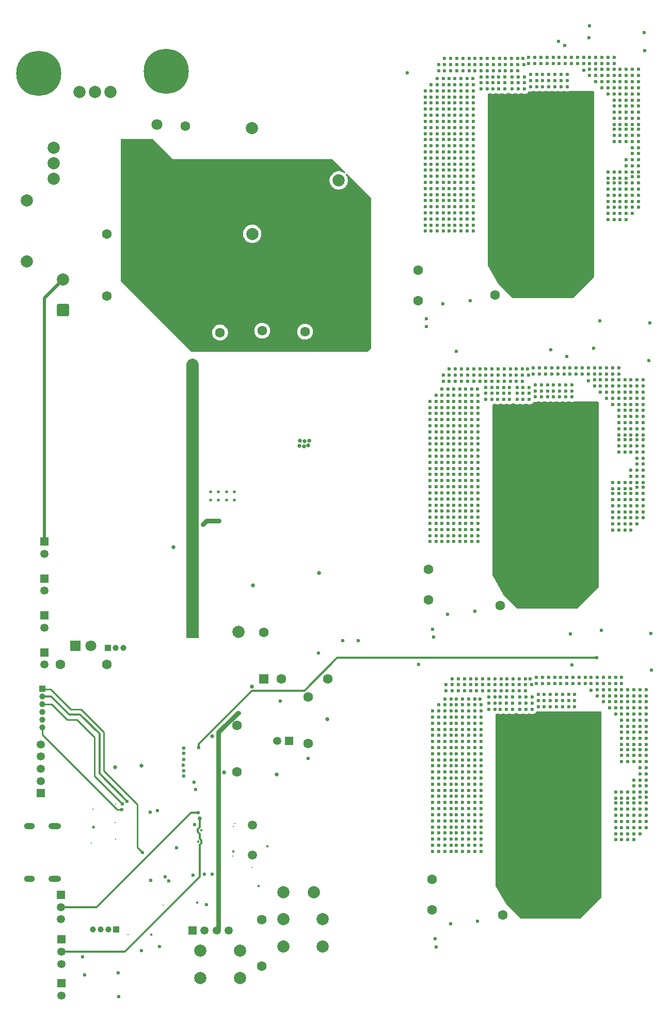
<source format=gbr>
%TF.GenerationSoftware,KiCad,Pcbnew,9.0.7*%
%TF.CreationDate,2026-01-12T17:17:52+03:00*%
%TF.ProjectId,Motor_Driver_Shell_Eco,4d6f746f-725f-4447-9269-7665725f5368,rev?*%
%TF.SameCoordinates,Original*%
%TF.FileFunction,Copper,L3,Inr*%
%TF.FilePolarity,Positive*%
%FSLAX46Y46*%
G04 Gerber Fmt 4.6, Leading zero omitted, Abs format (unit mm)*
G04 Created by KiCad (PCBNEW 9.0.7) date 2026-01-12 17:17:52*
%MOMM*%
%LPD*%
G01*
G04 APERTURE LIST*
G04 Aperture macros list*
%AMRoundRect*
0 Rectangle with rounded corners*
0 $1 Rounding radius*
0 $2 $3 $4 $5 $6 $7 $8 $9 X,Y pos of 4 corners*
0 Add a 4 corners polygon primitive as box body*
4,1,4,$2,$3,$4,$5,$6,$7,$8,$9,$2,$3,0*
0 Add four circle primitives for the rounded corners*
1,1,$1+$1,$2,$3*
1,1,$1+$1,$4,$5*
1,1,$1+$1,$6,$7*
1,1,$1+$1,$8,$9*
0 Add four rect primitives between the rounded corners*
20,1,$1+$1,$2,$3,$4,$5,0*
20,1,$1+$1,$4,$5,$6,$7,0*
20,1,$1+$1,$6,$7,$8,$9,0*
20,1,$1+$1,$8,$9,$2,$3,0*%
G04 Aperture macros list end*
%TA.AperFunction,ComponentPad*%
%ADD10R,1.800000X1.800000*%
%TD*%
%TA.AperFunction,ComponentPad*%
%ADD11C,1.800000*%
%TD*%
%TA.AperFunction,ComponentPad*%
%ADD12C,1.600000*%
%TD*%
%TA.AperFunction,ComponentPad*%
%ADD13R,1.350000X1.350000*%
%TD*%
%TA.AperFunction,ComponentPad*%
%ADD14C,1.350000*%
%TD*%
%TA.AperFunction,ComponentPad*%
%ADD15C,2.000000*%
%TD*%
%TA.AperFunction,ComponentPad*%
%ADD16R,2.000000X2.000000*%
%TD*%
%TA.AperFunction,ComponentPad*%
%ADD17RoundRect,0.250000X0.650000X-0.650000X0.650000X0.650000X-0.650000X0.650000X-0.650000X-0.650000X0*%
%TD*%
%TA.AperFunction,ComponentPad*%
%ADD18C,0.800000*%
%TD*%
%TA.AperFunction,ComponentPad*%
%ADD19C,7.400000*%
%TD*%
%TA.AperFunction,ComponentPad*%
%ADD20RoundRect,0.250000X0.750000X-0.750000X0.750000X0.750000X-0.750000X0.750000X-0.750000X-0.750000X0*%
%TD*%
%TA.AperFunction,ComponentPad*%
%ADD21RoundRect,0.250000X0.550000X-0.550000X0.550000X0.550000X-0.550000X0.550000X-0.550000X-0.550000X0*%
%TD*%
%TA.AperFunction,ComponentPad*%
%ADD22C,1.500000*%
%TD*%
%TA.AperFunction,ComponentPad*%
%ADD23R,1.000000X1.000000*%
%TD*%
%TA.AperFunction,ComponentPad*%
%ADD24C,1.000000*%
%TD*%
%TA.AperFunction,HeatsinkPad*%
%ADD25C,0.500000*%
%TD*%
%TA.AperFunction,HeatsinkPad*%
%ADD26O,2.100000X1.000000*%
%TD*%
%TA.AperFunction,HeatsinkPad*%
%ADD27O,1.800000X1.000000*%
%TD*%
%TA.AperFunction,ViaPad*%
%ADD28C,0.300000*%
%TD*%
%TA.AperFunction,ViaPad*%
%ADD29C,0.600000*%
%TD*%
%TA.AperFunction,ViaPad*%
%ADD30C,0.650000*%
%TD*%
%TA.AperFunction,ViaPad*%
%ADD31C,0.800000*%
%TD*%
%TA.AperFunction,ViaPad*%
%ADD32C,0.400000*%
%TD*%
%TA.AperFunction,ViaPad*%
%ADD33C,0.500000*%
%TD*%
%TA.AperFunction,Conductor*%
%ADD34C,0.800000*%
%TD*%
%TA.AperFunction,Conductor*%
%ADD35C,2.000000*%
%TD*%
%TA.AperFunction,Conductor*%
%ADD36C,0.250000*%
%TD*%
%TA.AperFunction,Conductor*%
%ADD37C,0.300000*%
%TD*%
%TA.AperFunction,Conductor*%
%ADD38C,0.500000*%
%TD*%
G04 APERTURE END LIST*
D10*
%TO.N,GND*%
%TO.C,D3*%
X100955000Y-126525000D03*
D11*
%TO.N,Net-(D3-A)*%
X103495000Y-126525000D03*
%TD*%
D12*
%TO.N,+VDC*%
%TO.C,C6*%
X122225000Y-75150000D03*
%TO.N,-VDC*%
X124725000Y-75150000D03*
%TD*%
%TO.N,Net-(D4-K)*%
%TO.C,C39*%
X170625000Y-119862500D03*
%TO.N,/FET/Phase_B_FET/PHASE_B*%
X170625000Y-114862500D03*
%TD*%
D13*
%TO.N,GND*%
%TO.C,J7*%
X95925000Y-109425000D03*
D14*
%TO.N,BRAKE*%
X95925000Y-111425000D03*
%TD*%
D12*
%TO.N,Net-(D5-K)*%
%TO.C,C40*%
X169850000Y-68987500D03*
%TO.N,/FET/Phase_C_FET/PHASE_C*%
X169850000Y-63987500D03*
%TD*%
D13*
%TO.N,GND*%
%TO.C,J4*%
X136075000Y-142050000D03*
D14*
%TO.N,TEMP_SENSOR*%
X134075000Y-142050000D03*
%TD*%
D15*
%TO.N,Net-(H1-Pad1)*%
%TO.C,S1*%
X97400000Y-44845000D03*
X97400000Y-47385000D03*
X97400000Y-49925000D03*
%TO.N,+VDC*%
X110862000Y-49975800D03*
X110862000Y-47435800D03*
X110862000Y-44895800D03*
%TO.N,Net-(S1-Vout)*%
X106702800Y-35701000D03*
%TO.N,GND*%
X104162800Y-35701000D03*
%TO.N,+5V*%
X101622800Y-35701000D03*
%TD*%
D12*
%TO.N,Net-(JP1-C)*%
%TO.C,R12*%
X106150000Y-129575000D03*
%TO.N,Net-(J13-Pin_2)*%
X98530000Y-129575000D03*
%TD*%
%TO.N,+12V*%
%TO.C,C88*%
X158900000Y-118975000D03*
%TO.N,GND*%
X158900000Y-113975000D03*
%TD*%
D15*
%TO.N,CSense_OUT_LES*%
%TO.C,C8*%
X93000000Y-63500000D03*
%TO.N,GND*%
X93000000Y-53500000D03*
%TD*%
D12*
%TO.N,+12V*%
%TO.C,C90*%
X157225000Y-69975000D03*
%TO.N,GND*%
X157225000Y-64975000D03*
%TD*%
D13*
%TO.N,+3V3*%
%TO.C,J9*%
X98575000Y-167300000D03*
D14*
%TO.N,REGEN*%
X98575000Y-169300000D03*
%TO.N,GND*%
X98575000Y-171300000D03*
%TD*%
D12*
%TO.N,+VDC*%
%TO.C,C4*%
X129125000Y-74850000D03*
%TO.N,-VDC*%
X131625000Y-74850000D03*
%TD*%
D16*
%TO.N,+5V*%
%TO.C,BZ1*%
X120175000Y-124175000D03*
D15*
%TO.N,Net-(BZ1--)*%
X127775000Y-124175000D03*
%TD*%
D17*
%TO.N,+VDC*%
%TO.C,D1*%
X114350000Y-51255000D03*
D11*
%TO.N,-VDC*%
X114350000Y-41095000D03*
%TD*%
D15*
%TO.N,GND*%
%TO.C,C28*%
X140067500Y-166910000D03*
%TO.N,/MCU/NRST*%
X135067500Y-166910000D03*
%TD*%
%TO.N,+VDC*%
%TO.C,C1*%
X144175000Y-57725000D03*
%TO.N,-VDC*%
X144175000Y-50225000D03*
%TD*%
D18*
%TO.N,Net-(H1-Pad1)*%
%TO.C,H1*%
X92162779Y-32675000D03*
X92975558Y-30712779D03*
X92975558Y-34637221D03*
X94937779Y-29900000D03*
D19*
X94937779Y-32675000D03*
D18*
X94937779Y-35450000D03*
X96900000Y-30712779D03*
X96900000Y-34637221D03*
X97712779Y-32675000D03*
%TD*%
D13*
%TO.N,GND*%
%TO.C,J10*%
X95925000Y-115475000D03*
D14*
%TO.N,CRUISE*%
X95925000Y-117475000D03*
%TD*%
D20*
%TO.N,CSense_OUT_LES*%
%TO.C,C7*%
X98975000Y-71500000D03*
D15*
%TO.N,GND*%
X98975000Y-66500000D03*
%TD*%
D21*
%TO.N,+5V*%
%TO.C,D2*%
X131900000Y-131872500D03*
D12*
%TO.N,Net-(BZ1--)*%
X131900000Y-124252500D03*
%TD*%
D15*
%TO.N,GND*%
%TO.C,SW1*%
X141567500Y-175810000D03*
X135067500Y-175810000D03*
%TO.N,/MCU/NRST*%
X141567500Y-171310000D03*
X135067500Y-171310000D03*
%TD*%
D13*
%TO.N,+3V3*%
%TO.C,J8*%
X98725000Y-174625000D03*
D14*
%TO.N,ACCEL*%
X98725000Y-176625000D03*
%TO.N,GND*%
X98725000Y-178625000D03*
%TD*%
D22*
%TO.N,Net-(U1-PH0)*%
%TO.C,Y1*%
X130025000Y-160750000D03*
%TO.N,Net-(U1-PH1)*%
X130025000Y-155850000D03*
%TD*%
D12*
%TO.N,+VDC*%
%TO.C,C5*%
X136150000Y-75025000D03*
%TO.N,-VDC*%
X138650000Y-75025000D03*
%TD*%
D18*
%TO.N,/FET/Phase_C_FET/PHASE_C*%
%TO.C,H7*%
X181187779Y-67462779D03*
X179225558Y-66650000D03*
X183150000Y-66650000D03*
X178412779Y-64687779D03*
D19*
X181187779Y-64687779D03*
D18*
X183962779Y-64687779D03*
X179225558Y-62725558D03*
X183150000Y-62725558D03*
X181187779Y-61912779D03*
%TD*%
%TO.N,-VDC*%
%TO.C,H2*%
X113075000Y-32375000D03*
X113887779Y-30412779D03*
X113887779Y-34337221D03*
X115850000Y-29600000D03*
D19*
X115850000Y-32375000D03*
D18*
X115850000Y-35150000D03*
X117812221Y-30412779D03*
X117812221Y-34337221D03*
X118625000Y-32375000D03*
%TD*%
D12*
%TO.N,+12V*%
%TO.C,C89*%
X159525000Y-169750000D03*
%TO.N,GND*%
X159525000Y-164750000D03*
%TD*%
%TO.N,+VDC*%
%TO.C,R1*%
X119000000Y-56520000D03*
%TO.N,-VDC*%
X119000000Y-41280000D03*
%TD*%
D15*
%TO.N,+3V3*%
%TO.C,SW2*%
X127967500Y-180960000D03*
X121467500Y-180960000D03*
%TO.N,/MCU/BOOT0*%
X127967500Y-176460000D03*
X121467500Y-176460000D03*
%TD*%
D23*
%TO.N,STATUS_LED*%
%TO.C,JP1*%
X106360000Y-126825000D03*
D24*
%TO.N,Net-(JP1-C)*%
X107630000Y-126825000D03*
%TO.N,Net-(JP1-B)*%
X108900000Y-126825000D03*
%TD*%
D12*
%TO.N,Net-(Q1-B)*%
%TO.C,R20*%
X134790000Y-131872500D03*
%TO.N,GND*%
X142410000Y-131872500D03*
%TD*%
D18*
%TO.N,/FET/Phase_B_FET/PHASE_B*%
%TO.C,H4*%
X181962779Y-118337779D03*
X180000558Y-117525000D03*
X183925000Y-117525000D03*
X179187779Y-115562779D03*
D19*
X181962779Y-115562779D03*
D18*
X184737779Y-115562779D03*
X180000558Y-113600558D03*
X183925000Y-113600558D03*
X181962779Y-112787779D03*
%TD*%
D13*
%TO.N,Net-(J2-Pin_1)*%
%TO.C,J2*%
X95325000Y-150650000D03*
D14*
%TO.N,Net-(J2-Pin_2)*%
X95325000Y-148650000D03*
%TO.N,Net-(J2-Pin_3)*%
X95325000Y-146650000D03*
%TO.N,+5V*%
X95325000Y-144650000D03*
%TO.N,GND*%
X95325000Y-142650000D03*
%TD*%
D15*
%TO.N,+VDC*%
%TO.C,C2*%
X129925000Y-49200000D03*
%TO.N,-VDC*%
X129925000Y-41700000D03*
%TD*%
D12*
%TO.N,Net-(S1-Vout)*%
%TO.C,R2*%
X106150000Y-59045000D03*
%TO.N,CSense_OUT_LES*%
X106150000Y-69205000D03*
%TD*%
D13*
%TO.N,GND*%
%TO.C,J12*%
X95925000Y-121525000D03*
D14*
%TO.N,PANIC STOP*%
X95925000Y-123525000D03*
%TD*%
D13*
%TO.N,GND*%
%TO.C,J13*%
X95925000Y-127575000D03*
D14*
%TO.N,Net-(J13-Pin_2)*%
X95925000Y-129575000D03*
%TD*%
D13*
%TO.N,Net-(J3-Pin_1)*%
%TO.C,J3*%
X98675000Y-181800000D03*
D14*
%TO.N,Net-(J3-Pin_2)*%
X98675000Y-183800000D03*
%TD*%
D23*
%TO.N,BT_STATE*%
%TO.C,J6*%
X95550000Y-133510000D03*
D24*
%TO.N,BT_TX*%
X95550000Y-134780000D03*
%TO.N,BT_RX*%
X95550000Y-136050000D03*
%TO.N,GND*%
X95550000Y-137320000D03*
%TO.N,+5V*%
X95550000Y-138590000D03*
%TO.N,BT_KEY*%
X95550000Y-139860000D03*
%TD*%
D15*
%TO.N,+VDC*%
%TO.C,C3*%
X130000000Y-66475000D03*
%TO.N,-VDC*%
X130000000Y-58975000D03*
%TD*%
D12*
%TO.N,/MCU/NRST*%
%TO.C,R7*%
X131517500Y-171360000D03*
%TO.N,+3V3*%
X131517500Y-178980000D03*
%TD*%
D18*
%TO.N,/FET/Phase_A_FET/PHASE_A*%
%TO.C,H6*%
X182437779Y-169087779D03*
X180475558Y-168275000D03*
X184400000Y-168275000D03*
X179662779Y-166312779D03*
D19*
X182437779Y-166312779D03*
D18*
X185212779Y-166312779D03*
X180475558Y-164350558D03*
X184400000Y-164350558D03*
X182437779Y-163537779D03*
%TD*%
D12*
%TO.N,Net-(Q1-B)*%
%TO.C,R11*%
X139175000Y-134865000D03*
%TO.N,BUZZER*%
X139175000Y-142485000D03*
%TD*%
%TO.N,+3V3*%
%TO.C,R50*%
X127525000Y-139550000D03*
%TO.N,TEMP_SENSOR*%
X127525000Y-147170000D03*
%TD*%
D25*
%TO.N,-VDC*%
%TO.C,U2*%
X127065000Y-101287500D03*
X125765000Y-101287500D03*
X124465000Y-101287500D03*
X123165000Y-101287500D03*
X127065000Y-102587500D03*
X125765000Y-102587500D03*
X124465000Y-102587500D03*
X123165000Y-102587500D03*
%TD*%
D26*
%TO.N,GND*%
%TO.C,J11*%
X97640000Y-156030000D03*
D27*
X93460000Y-156030000D03*
D26*
X97640000Y-164670000D03*
D27*
X93460000Y-164670000D03*
%TD*%
D23*
%TO.N,+3V3*%
%TO.C,J5*%
X107695000Y-172950000D03*
D24*
%TO.N,SWCLK*%
X106425000Y-172950000D03*
%TO.N,GND*%
X105155000Y-172950000D03*
%TO.N,SWDIO*%
X103885000Y-172950000D03*
%TD*%
D12*
%TO.N,Net-(D7-K)*%
%TO.C,C57*%
X171100000Y-170612500D03*
%TO.N,/FET/Phase_A_FET/PHASE_A*%
X171100000Y-165612500D03*
%TD*%
D13*
%TO.N,/MCU/I2C_SCL*%
%TO.C,J1*%
X120167500Y-173110000D03*
D14*
%TO.N,/MCU/I2C_SDA*%
X122167500Y-173110000D03*
%TO.N,+5V*%
X124167500Y-173110000D03*
%TO.N,GND*%
X126167500Y-173110000D03*
%TD*%
D28*
%TO.N,VBAT*%
X129925000Y-162850000D03*
D29*
%TO.N,CSense_OUT_LES*%
X120525000Y-155800000D03*
D30*
%TO.N,Net-(U2-VCC)*%
X124500000Y-106000000D03*
X121875000Y-106625000D03*
D29*
%TO.N,+12V*%
X161250000Y-70450000D03*
X162500000Y-172075000D03*
X162025000Y-121325000D03*
D30*
X129975000Y-133175000D03*
X130125000Y-116625000D03*
D31*
%TO.N,+5V*%
X120175000Y-80525000D03*
D29*
X127725000Y-137475000D03*
D32*
%TO.N,/MCU/NRST*%
X121102586Y-158613898D03*
D28*
%TO.N,Net-(J2-Pin_1)*%
X103825000Y-153250000D03*
D33*
%TO.N,Net-(J2-Pin_2)*%
X103950000Y-156175000D03*
D28*
%TO.N,Net-(J2-Pin_3)*%
X103575000Y-158800000D03*
D29*
%TO.N,BT_RX*%
X108650000Y-152375000D03*
%TO.N,BT_KEY*%
X108575000Y-153325000D03*
%TO.N,BT_STATE*%
X112000000Y-160375000D03*
%TO.N,BT_TX*%
X109487500Y-151962500D03*
%TO.N,BRAKE*%
X122175000Y-163950000D03*
D30*
%TO.N,ACCEL*%
X121375000Y-154750000D03*
D29*
%TO.N,REGEN*%
X121125000Y-153825000D03*
%TO.N,CRUISE*%
X123400000Y-163925000D03*
D32*
%TO.N,/MCU/BOOT0*%
X120950000Y-168592500D03*
D29*
%TO.N,BUZZER*%
X139175000Y-144975000D03*
X122499140Y-168946836D03*
%TO.N,STATUS_LED*%
X120300000Y-164075000D03*
D28*
%TO.N,TMP_ALERT*%
X115400000Y-169010000D03*
D32*
X113467500Y-173860000D03*
D29*
%TO.N,/FET/Phase_A_FET/PHASE_A*%
X184600000Y-158075000D03*
X185600000Y-150175000D03*
X180600000Y-138175000D03*
X184600000Y-145175000D03*
X185600000Y-144175000D03*
X177600000Y-148175000D03*
X175800000Y-141175000D03*
X178600000Y-162075000D03*
X179600000Y-146175000D03*
X183600000Y-141175000D03*
X186600000Y-148175000D03*
X181600000Y-162075000D03*
X172800000Y-138175000D03*
X183600000Y-157175000D03*
X176800000Y-151175000D03*
X176800000Y-164175000D03*
X176800000Y-153175000D03*
X182600000Y-150175000D03*
X184600000Y-149175000D03*
X182600000Y-151175000D03*
X182600000Y-139175000D03*
X174800000Y-156175000D03*
X185600000Y-152175000D03*
X177600000Y-138175000D03*
X184600000Y-152175000D03*
X176800000Y-142175000D03*
X172800000Y-165075000D03*
X185600000Y-149175000D03*
X182600000Y-147175000D03*
X183600000Y-159075000D03*
X181600000Y-154175000D03*
X172800000Y-144175000D03*
X173800000Y-151175000D03*
X174800000Y-144175000D03*
X177600000Y-158075000D03*
X175800000Y-163175000D03*
X184600000Y-142175000D03*
X172800000Y-151175000D03*
X172800000Y-156175000D03*
X186600000Y-147175000D03*
X181600000Y-142175000D03*
X179600000Y-142175000D03*
X174800000Y-148175000D03*
X176800000Y-162175000D03*
X185600000Y-160075000D03*
X172800000Y-153175000D03*
X186600000Y-158075000D03*
X184600000Y-139175000D03*
X180600000Y-159075000D03*
X175800000Y-138175000D03*
X181600000Y-144175000D03*
X176800000Y-145175000D03*
X183600000Y-139175000D03*
X179600000Y-155175000D03*
X175800000Y-147175000D03*
X179600000Y-147175000D03*
X181600000Y-151175000D03*
X180600000Y-141175000D03*
X172800000Y-141175000D03*
X181600000Y-138175000D03*
X176800000Y-146175000D03*
X182600000Y-152175000D03*
X173800000Y-161175000D03*
X175800000Y-160175000D03*
X173800000Y-138175000D03*
X172800000Y-142175000D03*
X172800000Y-145175000D03*
X183600000Y-152175000D03*
X186600000Y-140175000D03*
X185600000Y-157175000D03*
X185600000Y-162075000D03*
X174800000Y-139175000D03*
X186600000Y-155175000D03*
X184600000Y-147175000D03*
X176800000Y-157175000D03*
X175800000Y-148175000D03*
X180600000Y-151175000D03*
X182600000Y-159075000D03*
X180600000Y-162075000D03*
X175800000Y-150175000D03*
X183600000Y-155175000D03*
X175800000Y-162175000D03*
X174800000Y-165075000D03*
X175800000Y-140175000D03*
X185600000Y-153175000D03*
X174800000Y-143175000D03*
X183600000Y-149175000D03*
X182600000Y-145175000D03*
X178600000Y-160075000D03*
X184600000Y-155175000D03*
X177600000Y-160075000D03*
X182600000Y-138175000D03*
X180600000Y-158075000D03*
X186600000Y-138175000D03*
X180600000Y-150175000D03*
X182600000Y-146175000D03*
X174800000Y-142175000D03*
X173800000Y-164175000D03*
X181600000Y-146175000D03*
X182600000Y-155175000D03*
X178600000Y-141175000D03*
X181600000Y-140175000D03*
X172800000Y-166075000D03*
X176800000Y-140175000D03*
X173800000Y-150175000D03*
X185600000Y-145175000D03*
X177600000Y-157175000D03*
X181600000Y-153175000D03*
X174800000Y-141175000D03*
X180600000Y-139175000D03*
X181600000Y-143175000D03*
X183600000Y-151175000D03*
X178600000Y-145175000D03*
X183600000Y-161075000D03*
X178600000Y-138175000D03*
X182600000Y-141175000D03*
X175800000Y-139175000D03*
X186600000Y-152175000D03*
X182600000Y-161075000D03*
X186600000Y-146175000D03*
X180600000Y-140175000D03*
X174800000Y-158175000D03*
X175800000Y-167075000D03*
X184600000Y-148175000D03*
X184600000Y-156175000D03*
X173800000Y-160175000D03*
X173800000Y-145175000D03*
X174800000Y-159175000D03*
X178600000Y-152175000D03*
X179600000Y-162075000D03*
X172800000Y-158175000D03*
X183600000Y-148175000D03*
X177600000Y-161075000D03*
X178600000Y-146175000D03*
X184600000Y-154175000D03*
X180600000Y-156175000D03*
X172800000Y-152175000D03*
X174800000Y-153175000D03*
X177600000Y-159075000D03*
X179600000Y-161075000D03*
X175800000Y-143175000D03*
X185600000Y-142175000D03*
X174800000Y-140175000D03*
X186600000Y-142175000D03*
X181600000Y-149175000D03*
X179800000Y-163175000D03*
X183600000Y-153175000D03*
X180600000Y-144175000D03*
X185600000Y-155175000D03*
X179600000Y-140175000D03*
X175800000Y-165075000D03*
X180600000Y-155175000D03*
X183600000Y-140175000D03*
X185600000Y-159075000D03*
X174800000Y-138175000D03*
X178600000Y-147175000D03*
X179600000Y-159075000D03*
X172800000Y-157175000D03*
X177600000Y-143175000D03*
X174800000Y-161175000D03*
X183600000Y-143175000D03*
X183600000Y-162075000D03*
X182600000Y-157175000D03*
X179600000Y-139175000D03*
X179600000Y-138175000D03*
X172800000Y-139175000D03*
X177600000Y-141175000D03*
X176800000Y-159175000D03*
X177600000Y-140175000D03*
X185600000Y-139175000D03*
X177600000Y-146175000D03*
X176800000Y-156175000D03*
X176800000Y-150175000D03*
X186600000Y-162075000D03*
X181600000Y-159075000D03*
X181600000Y-157175000D03*
X186600000Y-159075000D03*
X177800000Y-163175000D03*
X183600000Y-158075000D03*
X176800000Y-160175000D03*
X184600000Y-140175000D03*
X174800000Y-167075000D03*
X176800000Y-138175000D03*
X181600000Y-160075000D03*
X178600000Y-151175000D03*
X179600000Y-144175000D03*
X173800000Y-167075000D03*
X186600000Y-151175000D03*
X172800000Y-154175000D03*
X184600000Y-141175000D03*
X175800000Y-155175000D03*
X173800000Y-156175000D03*
X176800000Y-148175000D03*
X174800000Y-150175000D03*
X175800000Y-154175000D03*
X184600000Y-138175000D03*
X173800000Y-158175000D03*
X176800000Y-147175000D03*
X177600000Y-142175000D03*
X180600000Y-161075000D03*
X181600000Y-152175000D03*
X178600000Y-142175000D03*
X178600000Y-143175000D03*
X181600000Y-145175000D03*
X177600000Y-155175000D03*
X176800000Y-141175000D03*
X180600000Y-146175000D03*
X177600000Y-139175000D03*
X186600000Y-154175000D03*
X176800000Y-161175000D03*
X172800000Y-155175000D03*
X173800000Y-143175000D03*
X176800000Y-152175000D03*
X181600000Y-147175000D03*
X176800000Y-149175000D03*
X177800000Y-167075000D03*
X177600000Y-149175000D03*
X172800000Y-167075000D03*
X180600000Y-152175000D03*
X174800000Y-146175000D03*
X184600000Y-151175000D03*
X181600000Y-141175000D03*
X182600000Y-158075000D03*
X185600000Y-148175000D03*
X177800000Y-164175000D03*
X182600000Y-156175000D03*
X175800000Y-159175000D03*
X172800000Y-143175000D03*
X182600000Y-162075000D03*
X175800000Y-156175000D03*
X173800000Y-148175000D03*
X175800000Y-146175000D03*
X175800000Y-166075000D03*
X173800000Y-140175000D03*
X174800000Y-162175000D03*
X177600000Y-152175000D03*
X173800000Y-149175000D03*
X178600000Y-139175000D03*
X185600000Y-141175000D03*
X182600000Y-154175000D03*
X185600000Y-156175000D03*
X173800000Y-146175000D03*
X178600000Y-159075000D03*
X176800000Y-165075000D03*
X175800000Y-142175000D03*
X174800000Y-145175000D03*
X179600000Y-148175000D03*
X177800000Y-166075000D03*
X186600000Y-141175000D03*
X180600000Y-148175000D03*
X179600000Y-153175000D03*
X178800000Y-163175000D03*
X175800000Y-145175000D03*
X179600000Y-160075000D03*
X174800000Y-147175000D03*
X178600000Y-156175000D03*
X186600000Y-144175000D03*
X182600000Y-143175000D03*
X184600000Y-146175000D03*
X183600000Y-146175000D03*
X177600000Y-162075000D03*
X184600000Y-160075000D03*
X180600000Y-145175000D03*
X173800000Y-142175000D03*
X178600000Y-161075000D03*
X175800000Y-144175000D03*
X172800000Y-163175000D03*
X186600000Y-157175000D03*
X173800000Y-154175000D03*
X186600000Y-153175000D03*
X184600000Y-150175000D03*
X184600000Y-162075000D03*
X178600000Y-144175000D03*
X182600000Y-140175000D03*
X174800000Y-152175000D03*
X174800000Y-163175000D03*
X178800000Y-164175000D03*
X181600000Y-139175000D03*
X181600000Y-158075000D03*
X174800000Y-164175000D03*
X179600000Y-151175000D03*
X182600000Y-153175000D03*
X178600000Y-158075000D03*
X186600000Y-145175000D03*
X178600000Y-150175000D03*
X176800000Y-139175000D03*
X173800000Y-144175000D03*
X174800000Y-157175000D03*
X180600000Y-147175000D03*
X181600000Y-161075000D03*
X182600000Y-142175000D03*
X177800000Y-165075000D03*
X172800000Y-140175000D03*
X185600000Y-158075000D03*
X183600000Y-154175000D03*
X177600000Y-151175000D03*
X184600000Y-143175000D03*
X183600000Y-147175000D03*
X184600000Y-157175000D03*
X186600000Y-143175000D03*
X183600000Y-156175000D03*
X179600000Y-149175000D03*
X185600000Y-147175000D03*
X186600000Y-156175000D03*
X180600000Y-154175000D03*
X186600000Y-139175000D03*
X182600000Y-149175000D03*
X173800000Y-141175000D03*
X173800000Y-163175000D03*
X174800000Y-160175000D03*
X173800000Y-153175000D03*
X183600000Y-145175000D03*
X174800000Y-166075000D03*
X180600000Y-149175000D03*
X172800000Y-164175000D03*
X174800000Y-149175000D03*
X176800000Y-144175000D03*
X185600000Y-140175000D03*
X177600000Y-154175000D03*
X177600000Y-153175000D03*
X185600000Y-151175000D03*
X186600000Y-160075000D03*
X185600000Y-143175000D03*
X175800000Y-158175000D03*
X175800000Y-151175000D03*
X179600000Y-141175000D03*
X177600000Y-150175000D03*
X176800000Y-155175000D03*
X184600000Y-159075000D03*
X178600000Y-148175000D03*
X174800000Y-155175000D03*
X178600000Y-154175000D03*
X178600000Y-149175000D03*
X183600000Y-150175000D03*
X180600000Y-153175000D03*
X182600000Y-160075000D03*
X173800000Y-147175000D03*
X177600000Y-147175000D03*
X183600000Y-144175000D03*
X179600000Y-158075000D03*
X173800000Y-162175000D03*
X179600000Y-154175000D03*
X176800000Y-154175000D03*
X176800000Y-158175000D03*
X185600000Y-161075000D03*
X175800000Y-152175000D03*
X181600000Y-156175000D03*
X179600000Y-143175000D03*
X173800000Y-139175000D03*
X175800000Y-157175000D03*
X180600000Y-157175000D03*
X177600000Y-156175000D03*
X179600000Y-152175000D03*
X176800000Y-163175000D03*
X185600000Y-146175000D03*
X174800000Y-154175000D03*
X175800000Y-153175000D03*
X182600000Y-148175000D03*
X185600000Y-154175000D03*
X179600000Y-157175000D03*
X181600000Y-150175000D03*
X179600000Y-150175000D03*
X175800000Y-149175000D03*
X186600000Y-161075000D03*
X176800000Y-166075000D03*
X175800000Y-164175000D03*
X184600000Y-161075000D03*
X173800000Y-166075000D03*
X182600000Y-144175000D03*
X178600000Y-155175000D03*
X184600000Y-144175000D03*
X178600000Y-153175000D03*
X173800000Y-165075000D03*
X173800000Y-159175000D03*
X186600000Y-149175000D03*
X177600000Y-144175000D03*
X180600000Y-142175000D03*
X173800000Y-157175000D03*
X178600000Y-140175000D03*
X176800000Y-167075000D03*
X177600000Y-145175000D03*
X186600000Y-150175000D03*
X179600000Y-145175000D03*
X174800000Y-151175000D03*
X184600000Y-153175000D03*
X183600000Y-160075000D03*
X185600000Y-138175000D03*
X176800000Y-143175000D03*
X173800000Y-152175000D03*
X175800000Y-161175000D03*
X180600000Y-143175000D03*
X173800000Y-155175000D03*
X178600000Y-157175000D03*
X181600000Y-155175000D03*
X179600000Y-156175000D03*
X183600000Y-138175000D03*
X183600000Y-142175000D03*
X180600000Y-160075000D03*
X181600000Y-148175000D03*
%TO.N,HS_MOS_C*%
X158600000Y-72900000D03*
X118725000Y-144100000D03*
%TO.N,/FET/HS_MOS_A*%
X160025000Y-174535000D03*
X118750000Y-146975000D03*
%TO.N,LS_MOS_C*%
X158600000Y-74175000D03*
X118725000Y-143299997D03*
%TO.N,CAN_S*%
X113375000Y-164950000D03*
X113250000Y-153800000D03*
X102525000Y-180400000D03*
D32*
%TO.N,+3V3*%
X121625000Y-156750000D03*
D29*
X102175000Y-177450000D03*
D32*
X131025000Y-165900000D03*
D29*
X182200000Y-124550000D03*
D28*
X109617500Y-173860000D03*
D29*
X111800000Y-176435000D03*
D32*
%TO.N,VDD_1*%
X126875000Y-160200000D03*
X132467500Y-159360000D03*
D28*
%TO.N,VDD_2*%
X126925000Y-156150000D03*
D29*
%TO.N,CAN_RX*%
X116300000Y-165050000D03*
X108050000Y-180125000D03*
%TO.N,CAN_TX*%
X108125000Y-183950000D03*
X115750000Y-164300000D03*
D28*
%TO.N,GND*%
X107625000Y-152400000D03*
D30*
X125350000Y-147225000D03*
X134000000Y-147600000D03*
X142300000Y-138525000D03*
D29*
X187025000Y-73225000D03*
X181250000Y-28100000D03*
D30*
X137743290Y-93750000D03*
X140925000Y-114575000D03*
X123425000Y-141325000D03*
D28*
X107575000Y-158200000D03*
D29*
X157250000Y-129575000D03*
D30*
X138500000Y-93800000D03*
D28*
X127125000Y-155650000D03*
D30*
X138544276Y-92950000D03*
X107525000Y-146400000D03*
X117100000Y-110325000D03*
X139175000Y-93675000D03*
D28*
X107525000Y-155450000D03*
D29*
X182475000Y-129625000D03*
D30*
X139300000Y-92900000D03*
X137800000Y-92875000D03*
D28*
X126825000Y-160950000D03*
D29*
X185314975Y-24925025D03*
X134625000Y-135525000D03*
D30*
X111812500Y-146162500D03*
D29*
X181625000Y-79100000D03*
X187300000Y-123975000D03*
X140850000Y-127675000D03*
X114800000Y-175750000D03*
%TO.N,+VDC*%
X163250000Y-57550000D03*
X163250000Y-41550000D03*
X159125000Y-93425000D03*
X165500000Y-144175000D03*
X164025000Y-102425000D03*
X180900000Y-136475000D03*
X173650000Y-35250000D03*
X165250000Y-44550000D03*
X162125000Y-88425000D03*
X159600000Y-137175000D03*
X164250000Y-33550000D03*
X166250000Y-58550000D03*
X160600000Y-150175000D03*
X160350000Y-57550000D03*
X162600000Y-154175000D03*
X176650000Y-32850000D03*
X181650000Y-33850000D03*
X178425000Y-85725000D03*
X172225000Y-86125000D03*
X176900000Y-134475000D03*
X162600000Y-158175000D03*
X175650000Y-32850000D03*
X162250000Y-48550000D03*
X166500000Y-158175000D03*
X158350000Y-37550000D03*
X161600000Y-158175000D03*
X159125000Y-98425000D03*
X164500000Y-153175000D03*
X162125000Y-103425000D03*
X165500000Y-153175000D03*
X158350000Y-44550000D03*
X166500000Y-138175000D03*
X167500000Y-138175000D03*
X159350000Y-36550000D03*
X175650000Y-34850000D03*
X171450000Y-33250000D03*
X159600000Y-144175000D03*
X161350000Y-36550000D03*
X171225000Y-85125000D03*
X181900000Y-136475000D03*
X164250000Y-39550000D03*
X169800000Y-135875000D03*
X163250000Y-39550000D03*
X160350000Y-39550000D03*
X168800000Y-135875000D03*
X160350000Y-34550000D03*
X170225000Y-86125000D03*
X165250000Y-34550000D03*
X165500000Y-148175000D03*
X164250000Y-40550000D03*
X164025000Y-109425000D03*
X160350000Y-36550000D03*
X169800000Y-136875000D03*
X166025000Y-84425000D03*
X176650000Y-34850000D03*
X177900000Y-136475000D03*
X159600000Y-154175000D03*
X165025000Y-108425000D03*
X171450000Y-35250000D03*
X163250000Y-44550000D03*
X163250000Y-56550000D03*
X176425000Y-85725000D03*
X162125000Y-89425000D03*
X166500000Y-156175000D03*
X169325000Y-85125000D03*
X178425000Y-84725000D03*
X160125000Y-91425000D03*
X162125000Y-107425000D03*
X164250000Y-57550000D03*
X166250000Y-53550000D03*
X180425000Y-84725000D03*
X159600000Y-159175000D03*
X164500000Y-155175000D03*
X162250000Y-55550000D03*
X164500000Y-137175000D03*
X161125000Y-98425000D03*
X159125000Y-90425000D03*
X178900000Y-135475000D03*
X166250000Y-40550000D03*
X163250000Y-50550000D03*
X160600000Y-148175000D03*
X161350000Y-49550000D03*
X159350000Y-51550000D03*
X164250000Y-54550000D03*
X165500000Y-139175000D03*
X160125000Y-90425000D03*
X159125000Y-109425000D03*
X158350000Y-54550000D03*
X160600000Y-144175000D03*
X161600000Y-137175000D03*
X162250000Y-42550000D03*
X160350000Y-58550000D03*
X165025000Y-109425000D03*
X165025000Y-96425000D03*
X173425000Y-86125000D03*
X162250000Y-53550000D03*
X165025000Y-94425000D03*
X182900000Y-134475000D03*
X165025000Y-86425000D03*
X162600000Y-151175000D03*
X162125000Y-90425000D03*
X169450000Y-34250000D03*
X160350000Y-51550000D03*
X165500000Y-141175000D03*
X182425000Y-85725000D03*
X164250000Y-35550000D03*
X161125000Y-93425000D03*
X168550000Y-34250000D03*
X167500000Y-157175000D03*
X164500000Y-143175000D03*
X158350000Y-40550000D03*
X159125000Y-96425000D03*
X172650000Y-33250000D03*
X163250000Y-38550000D03*
X166025000Y-94425000D03*
X159600000Y-148175000D03*
X170450000Y-35250000D03*
X159350000Y-40550000D03*
X162125000Y-106425000D03*
X164250000Y-58550000D03*
X159125000Y-102425000D03*
X163500000Y-146175000D03*
X167025000Y-90425000D03*
X169325000Y-84125000D03*
X159350000Y-45550000D03*
X165025000Y-105425000D03*
X166500000Y-141175000D03*
X158350000Y-57550000D03*
X160125000Y-107425000D03*
X167500000Y-144175000D03*
X177650000Y-32850000D03*
X165025000Y-102425000D03*
X164250000Y-34550000D03*
X159350000Y-46550000D03*
X161125000Y-84425000D03*
X159600000Y-149175000D03*
X165025000Y-90425000D03*
X163025000Y-102425000D03*
X164250000Y-55550000D03*
X168325000Y-84125000D03*
X161125000Y-94425000D03*
X164025000Y-105425000D03*
X163025000Y-97425000D03*
X165500000Y-156175000D03*
X172225000Y-85125000D03*
X161600000Y-159175000D03*
X162250000Y-47550000D03*
X162600000Y-152175000D03*
X163250000Y-48550000D03*
X165250000Y-51550000D03*
X160600000Y-154175000D03*
X167500000Y-149175000D03*
X163025000Y-92425000D03*
X166500000Y-160175000D03*
X165500000Y-147175000D03*
X162125000Y-100425000D03*
X181650000Y-34850000D03*
X174650000Y-34250000D03*
X163500000Y-137175000D03*
X161350000Y-39550000D03*
X161600000Y-160175000D03*
X164250000Y-42550000D03*
X163025000Y-86425000D03*
X177425000Y-85725000D03*
X162125000Y-98425000D03*
X164025000Y-93425000D03*
X159125000Y-91425000D03*
X166025000Y-107425000D03*
X163250000Y-34550000D03*
X158350000Y-42550000D03*
X158350000Y-55550000D03*
X161600000Y-145175000D03*
X160600000Y-145175000D03*
X163500000Y-160175000D03*
X163250000Y-58550000D03*
X163025000Y-101425000D03*
X160600000Y-149175000D03*
X165500000Y-157175000D03*
X165025000Y-106425000D03*
X164025000Y-108425000D03*
X162600000Y-138175000D03*
X159600000Y-142175000D03*
X166250000Y-37550000D03*
X167500000Y-148175000D03*
X166500000Y-146175000D03*
X161125000Y-91425000D03*
X160350000Y-50550000D03*
X160600000Y-141175000D03*
X164500000Y-156175000D03*
X175900000Y-135875000D03*
X163025000Y-95425000D03*
X165500000Y-136175000D03*
X172225000Y-84125000D03*
X165500000Y-146175000D03*
X162600000Y-156175000D03*
X158350000Y-53550000D03*
X162600000Y-141175000D03*
X164500000Y-160175000D03*
X174650000Y-35250000D03*
X170225000Y-85125000D03*
X159600000Y-140175000D03*
X179425000Y-84725000D03*
X165500000Y-143175000D03*
X168325000Y-86125000D03*
X181900000Y-134475000D03*
X160350000Y-42550000D03*
X166500000Y-136175000D03*
X162250000Y-43550000D03*
X160600000Y-158175000D03*
X164500000Y-146175000D03*
X165250000Y-33550000D03*
X164250000Y-50550000D03*
X164500000Y-136175000D03*
X163025000Y-105425000D03*
X162600000Y-144175000D03*
X169450000Y-33250000D03*
X177425000Y-83725000D03*
X159350000Y-37550000D03*
X165250000Y-35550000D03*
X165250000Y-50550000D03*
X158350000Y-49550000D03*
X165250000Y-40550000D03*
X162600000Y-157175000D03*
X165025000Y-89425000D03*
X166025000Y-85425000D03*
X180900000Y-135475000D03*
X165500000Y-135175000D03*
X161125000Y-109425000D03*
X163025000Y-104425000D03*
X167500000Y-147175000D03*
X171700000Y-135875000D03*
X159350000Y-48550000D03*
X160125000Y-104425000D03*
X167025000Y-103425000D03*
X166250000Y-51550000D03*
X165250000Y-52550000D03*
X165025000Y-91425000D03*
X165025000Y-107425000D03*
X166500000Y-135175000D03*
X161125000Y-89425000D03*
X166250000Y-45550000D03*
X166925000Y-84425000D03*
X161125000Y-95425000D03*
X166250000Y-49550000D03*
X161125000Y-105425000D03*
X164500000Y-144175000D03*
X162250000Y-58550000D03*
X166250000Y-36550000D03*
X160350000Y-48550000D03*
X158350000Y-52550000D03*
X161600000Y-155175000D03*
X166025000Y-104425000D03*
X160350000Y-37550000D03*
X161600000Y-146175000D03*
X164500000Y-135175000D03*
X160600000Y-147175000D03*
X172700000Y-136875000D03*
X164500000Y-154175000D03*
X163250000Y-51550000D03*
X161125000Y-104425000D03*
X164250000Y-51550000D03*
X165500000Y-142175000D03*
X161125000Y-106425000D03*
X166250000Y-50550000D03*
X164250000Y-41550000D03*
X164250000Y-56550000D03*
X161350000Y-50550000D03*
X159600000Y-157175000D03*
X173650000Y-33250000D03*
X160600000Y-138175000D03*
X166150000Y-33550000D03*
X163025000Y-90425000D03*
X174425000Y-86125000D03*
X166250000Y-39550000D03*
X163250000Y-35550000D03*
X164025000Y-106425000D03*
X167500000Y-159175000D03*
X163250000Y-52550000D03*
X161600000Y-140175000D03*
X159350000Y-49550000D03*
X160600000Y-146175000D03*
X175425000Y-84125000D03*
X162600000Y-155175000D03*
X159125000Y-88425000D03*
X159600000Y-138175000D03*
X167500000Y-140175000D03*
X163500000Y-138175000D03*
X163025000Y-100425000D03*
X166025000Y-102425000D03*
X159600000Y-160175000D03*
X165250000Y-53550000D03*
X159350000Y-50550000D03*
X160125000Y-101425000D03*
X166500000Y-148175000D03*
X161350000Y-55550000D03*
X161125000Y-100425000D03*
X159350000Y-52550000D03*
X161125000Y-85425000D03*
X166025000Y-88425000D03*
X163500000Y-139175000D03*
X175650000Y-33850000D03*
X164250000Y-44550000D03*
X163025000Y-91425000D03*
X164025000Y-107425000D03*
X168550000Y-33250000D03*
X167500000Y-141175000D03*
X161125000Y-108425000D03*
X179900000Y-136475000D03*
X174425000Y-85125000D03*
X158350000Y-35550000D03*
X174650000Y-33250000D03*
X159350000Y-44550000D03*
X167025000Y-89425000D03*
X159600000Y-141175000D03*
X161350000Y-43550000D03*
X176900000Y-136475000D03*
X165025000Y-101425000D03*
X162125000Y-85425000D03*
X162600000Y-147175000D03*
X164025000Y-88425000D03*
X160125000Y-105425000D03*
X161600000Y-139175000D03*
X166500000Y-151175000D03*
X166025000Y-95425000D03*
X162250000Y-38550000D03*
X161125000Y-92425000D03*
X165500000Y-150175000D03*
X164025000Y-96425000D03*
X165250000Y-41550000D03*
X163500000Y-156175000D03*
X165500000Y-145175000D03*
X161350000Y-34550000D03*
X161350000Y-51550000D03*
X167500000Y-152175000D03*
X158350000Y-48550000D03*
X167025000Y-93425000D03*
X163500000Y-142175000D03*
X160125000Y-100425000D03*
X163500000Y-159175000D03*
X166025000Y-96425000D03*
X159125000Y-106425000D03*
X165500000Y-151175000D03*
X161600000Y-149175000D03*
X167025000Y-97425000D03*
X161125000Y-96425000D03*
X171225000Y-86125000D03*
X166250000Y-55550000D03*
X167025000Y-87425000D03*
X163500000Y-158175000D03*
X165025000Y-88425000D03*
X161600000Y-153175000D03*
X179425000Y-83725000D03*
X161600000Y-150175000D03*
X160600000Y-157175000D03*
X160350000Y-46550000D03*
X163250000Y-53550000D03*
X182425000Y-83725000D03*
X166500000Y-147175000D03*
X158350000Y-36550000D03*
X170450000Y-34250000D03*
X164250000Y-46550000D03*
X163025000Y-109425000D03*
X160350000Y-35550000D03*
X162600000Y-146175000D03*
X159125000Y-97425000D03*
X159350000Y-53550000D03*
X160125000Y-106425000D03*
X160350000Y-40550000D03*
X162250000Y-54550000D03*
X167500000Y-153175000D03*
X160350000Y-56550000D03*
X161600000Y-144175000D03*
X166250000Y-57550000D03*
X165250000Y-55550000D03*
X178650000Y-32850000D03*
X160125000Y-103425000D03*
X165250000Y-58550000D03*
X160125000Y-98425000D03*
X163500000Y-135175000D03*
X164025000Y-97425000D03*
X180900000Y-134475000D03*
X166500000Y-149175000D03*
X163500000Y-145175000D03*
X160600000Y-143175000D03*
X163250000Y-55550000D03*
X162250000Y-37550000D03*
X169325000Y-86125000D03*
X164025000Y-103425000D03*
X164025000Y-85425000D03*
X162125000Y-94425000D03*
X158350000Y-51550000D03*
X167025000Y-102425000D03*
X181425000Y-83725000D03*
X164500000Y-158175000D03*
X161350000Y-38550000D03*
X166500000Y-142175000D03*
X170225000Y-84125000D03*
X164250000Y-49550000D03*
X165025000Y-84425000D03*
X171450000Y-34250000D03*
X161125000Y-99425000D03*
X162250000Y-57550000D03*
X166250000Y-46550000D03*
X159125000Y-86425000D03*
X167500000Y-146175000D03*
X165250000Y-57550000D03*
X175900000Y-136875000D03*
X166500000Y-137175000D03*
X167025000Y-94425000D03*
X178650000Y-33850000D03*
X171700000Y-134875000D03*
X164025000Y-101425000D03*
X161350000Y-46550000D03*
X165500000Y-158175000D03*
X175425000Y-86125000D03*
X159125000Y-107425000D03*
X165025000Y-98425000D03*
X158350000Y-41550000D03*
X163500000Y-148175000D03*
X167025000Y-107425000D03*
X166500000Y-143175000D03*
X180425000Y-83725000D03*
X160125000Y-94425000D03*
X164500000Y-140175000D03*
X162250000Y-44550000D03*
X165250000Y-46550000D03*
X159350000Y-39550000D03*
X164500000Y-145175000D03*
X159125000Y-89425000D03*
X163500000Y-147175000D03*
X165250000Y-45550000D03*
X165500000Y-155175000D03*
X163500000Y-152175000D03*
X166025000Y-100425000D03*
X163500000Y-149175000D03*
X162600000Y-160175000D03*
X165500000Y-137175000D03*
X159350000Y-41550000D03*
X160125000Y-93425000D03*
X165500000Y-154175000D03*
X160125000Y-97425000D03*
X159125000Y-101425000D03*
X163250000Y-47550000D03*
X162250000Y-49550000D03*
X164025000Y-100425000D03*
X164025000Y-92425000D03*
X161600000Y-151175000D03*
X166025000Y-108425000D03*
X182425000Y-84725000D03*
X181425000Y-85725000D03*
X172650000Y-35250000D03*
X160125000Y-85425000D03*
X161600000Y-154175000D03*
X159125000Y-99425000D03*
X162600000Y-153175000D03*
X164250000Y-38550000D03*
X166500000Y-157175000D03*
X164025000Y-98425000D03*
X162125000Y-91425000D03*
X161600000Y-152175000D03*
X163500000Y-155175000D03*
X160600000Y-159175000D03*
X164025000Y-89425000D03*
X166025000Y-90425000D03*
X177900000Y-134475000D03*
X180650000Y-32850000D03*
X162250000Y-40550000D03*
X166025000Y-105425000D03*
X174425000Y-84125000D03*
X164500000Y-142175000D03*
X163025000Y-88425000D03*
X164250000Y-48550000D03*
X162250000Y-35550000D03*
X162600000Y-150175000D03*
X166025000Y-101425000D03*
X165025000Y-97425000D03*
X164025000Y-104425000D03*
X164250000Y-52550000D03*
X166025000Y-86425000D03*
X166250000Y-56550000D03*
X160125000Y-96425000D03*
X162125000Y-105425000D03*
X181650000Y-32850000D03*
X159350000Y-34550000D03*
X162250000Y-45550000D03*
X179650000Y-33850000D03*
X161350000Y-40550000D03*
X164500000Y-141175000D03*
X165250000Y-39550000D03*
X163025000Y-106425000D03*
X164025000Y-87425000D03*
X161350000Y-58550000D03*
X173900000Y-135875000D03*
X161125000Y-87425000D03*
X159600000Y-155175000D03*
X159600000Y-153175000D03*
X162600000Y-148175000D03*
X163250000Y-40550000D03*
X160350000Y-41550000D03*
X173425000Y-85125000D03*
X167025000Y-98425000D03*
X167025000Y-101425000D03*
X166250000Y-38550000D03*
X160350000Y-55550000D03*
X167025000Y-109425000D03*
X164025000Y-90425000D03*
X160600000Y-136175000D03*
X164025000Y-99425000D03*
X162250000Y-36550000D03*
X160125000Y-95425000D03*
X161600000Y-135175000D03*
X179425000Y-85725000D03*
X163250000Y-37550000D03*
X167025000Y-100425000D03*
X160600000Y-152175000D03*
X159125000Y-87425000D03*
X159600000Y-156175000D03*
X163025000Y-89425000D03*
X164250000Y-43550000D03*
X159125000Y-104425000D03*
X172700000Y-134875000D03*
X167025000Y-106425000D03*
X182900000Y-135475000D03*
X182900000Y-136475000D03*
X175900000Y-134875000D03*
X163250000Y-49550000D03*
X167500000Y-154175000D03*
X159125000Y-100425000D03*
X165500000Y-160175000D03*
X160125000Y-92425000D03*
X166500000Y-152175000D03*
X166025000Y-92425000D03*
X163500000Y-151175000D03*
X162125000Y-86425000D03*
X163025000Y-93425000D03*
X165250000Y-42550000D03*
X160125000Y-87425000D03*
X163025000Y-94425000D03*
X166025000Y-98425000D03*
X158350000Y-46550000D03*
X160600000Y-156175000D03*
X159600000Y-143175000D03*
X159125000Y-108425000D03*
X162250000Y-50550000D03*
X159125000Y-95425000D03*
X159600000Y-139175000D03*
X162600000Y-137175000D03*
X165500000Y-149175000D03*
X161600000Y-142175000D03*
X164250000Y-53550000D03*
X159600000Y-150175000D03*
X160600000Y-142175000D03*
X165250000Y-54550000D03*
X163500000Y-157175000D03*
X167500000Y-160175000D03*
X167500000Y-139175000D03*
X164500000Y-149175000D03*
X162250000Y-52550000D03*
X163025000Y-84425000D03*
X158350000Y-45550000D03*
X162125000Y-99425000D03*
X165025000Y-99425000D03*
X166250000Y-54550000D03*
X162600000Y-142175000D03*
X164250000Y-37550000D03*
X165025000Y-93425000D03*
X160350000Y-52550000D03*
X163025000Y-85425000D03*
X166500000Y-144175000D03*
X179900000Y-135475000D03*
X171700000Y-136875000D03*
X162250000Y-39550000D03*
X160600000Y-140175000D03*
X158350000Y-39550000D03*
X166250000Y-42550000D03*
X159350000Y-55550000D03*
X163500000Y-136175000D03*
X179650000Y-34850000D03*
X176425000Y-83725000D03*
X163025000Y-108425000D03*
X158350000Y-47550000D03*
X161350000Y-52550000D03*
X161350000Y-57550000D03*
X165250000Y-43550000D03*
X166025000Y-106425000D03*
X165500000Y-140175000D03*
X177900000Y-135475000D03*
X167025000Y-91425000D03*
X165025000Y-103425000D03*
X165250000Y-37550000D03*
X163025000Y-99425000D03*
X159350000Y-57550000D03*
X165025000Y-87425000D03*
X167500000Y-136175000D03*
X166025000Y-93425000D03*
X167025000Y-92425000D03*
X162600000Y-143175000D03*
X163250000Y-42550000D03*
X167550000Y-35250000D03*
X160350000Y-49550000D03*
X165250000Y-56550000D03*
X162250000Y-46550000D03*
X165025000Y-92425000D03*
X161125000Y-88425000D03*
X167500000Y-150175000D03*
X168550000Y-35250000D03*
X166025000Y-89425000D03*
X159600000Y-151175000D03*
X178900000Y-136475000D03*
X161350000Y-33550000D03*
X160350000Y-45550000D03*
X164250000Y-45550000D03*
X161350000Y-53550000D03*
X159350000Y-54550000D03*
X164250000Y-36550000D03*
X166500000Y-154175000D03*
X165500000Y-152175000D03*
X180425000Y-85725000D03*
X161350000Y-42550000D03*
X162250000Y-34550000D03*
X167550000Y-34250000D03*
X181425000Y-84725000D03*
X177425000Y-84725000D03*
X160600000Y-139175000D03*
X161125000Y-86425000D03*
X160125000Y-89425000D03*
X163500000Y-144175000D03*
X167025000Y-85425000D03*
X167025000Y-96425000D03*
X177650000Y-33850000D03*
X162125000Y-102425000D03*
X164250000Y-47550000D03*
X158350000Y-38550000D03*
X160600000Y-153175000D03*
X168325000Y-85125000D03*
X160600000Y-160175000D03*
X167500000Y-158175000D03*
X170700000Y-134875000D03*
X179900000Y-134475000D03*
X162125000Y-87425000D03*
X160125000Y-109425000D03*
X159350000Y-42550000D03*
X163500000Y-154175000D03*
X162125000Y-84425000D03*
X158350000Y-56550000D03*
X159125000Y-103425000D03*
X167025000Y-104425000D03*
X165025000Y-104425000D03*
X166500000Y-140175000D03*
X161600000Y-143175000D03*
X169800000Y-134875000D03*
X169450000Y-35250000D03*
X165250000Y-49550000D03*
X162125000Y-95425000D03*
X167025000Y-108425000D03*
X164025000Y-84425000D03*
X161350000Y-37550000D03*
X163025000Y-87425000D03*
X167025000Y-88425000D03*
X161125000Y-97425000D03*
X164025000Y-95425000D03*
X173650000Y-34250000D03*
X162600000Y-140175000D03*
X163025000Y-96425000D03*
X163250000Y-33550000D03*
X173900000Y-136875000D03*
X160125000Y-108425000D03*
X163500000Y-143175000D03*
X166250000Y-52550000D03*
X159125000Y-92425000D03*
X164500000Y-148175000D03*
X160125000Y-86425000D03*
X167025000Y-105425000D03*
X161350000Y-41550000D03*
X159600000Y-152175000D03*
X164025000Y-86425000D03*
X166250000Y-43550000D03*
X160350000Y-53550000D03*
X166500000Y-139175000D03*
X173900000Y-134875000D03*
X167500000Y-145175000D03*
X161600000Y-138175000D03*
X163500000Y-140175000D03*
X161350000Y-45550000D03*
X161350000Y-54550000D03*
X158350000Y-43550000D03*
X161350000Y-47550000D03*
X166250000Y-35550000D03*
X178900000Y-134475000D03*
X162250000Y-41550000D03*
X166250000Y-48550000D03*
X159350000Y-58550000D03*
X166500000Y-153175000D03*
X167500000Y-137175000D03*
X163025000Y-103425000D03*
X161125000Y-101425000D03*
X168800000Y-136875000D03*
X162125000Y-101425000D03*
X161125000Y-103425000D03*
X163250000Y-36550000D03*
X164500000Y-151175000D03*
X164025000Y-94425000D03*
X160350000Y-33550000D03*
X167550000Y-33250000D03*
X158350000Y-50550000D03*
X176900000Y-135475000D03*
X172650000Y-34250000D03*
X164500000Y-152175000D03*
X162125000Y-96425000D03*
X180650000Y-34850000D03*
X161350000Y-35550000D03*
X167500000Y-143175000D03*
X162600000Y-145175000D03*
X168800000Y-134875000D03*
X167500000Y-156175000D03*
X167500000Y-155175000D03*
X161125000Y-90425000D03*
X159350000Y-56550000D03*
X162600000Y-159175000D03*
X159350000Y-38550000D03*
X164500000Y-157175000D03*
X161125000Y-107425000D03*
X165025000Y-95425000D03*
X178425000Y-83725000D03*
X164025000Y-91425000D03*
X164500000Y-147175000D03*
X174900000Y-136875000D03*
X159600000Y-145175000D03*
X174900000Y-135875000D03*
X170700000Y-135875000D03*
X161600000Y-141175000D03*
X162600000Y-149175000D03*
X158350000Y-58550000D03*
X160125000Y-88425000D03*
X162600000Y-139175000D03*
X166500000Y-150175000D03*
X161350000Y-56550000D03*
X164500000Y-139175000D03*
X160125000Y-102425000D03*
X167025000Y-86425000D03*
X175425000Y-85125000D03*
X160350000Y-38550000D03*
X166025000Y-87425000D03*
X166500000Y-145175000D03*
X159350000Y-47550000D03*
X167400000Y-135175000D03*
X161600000Y-148175000D03*
X160600000Y-155175000D03*
X159600000Y-158175000D03*
X160350000Y-54550000D03*
X163250000Y-45550000D03*
X170700000Y-136875000D03*
X176650000Y-33850000D03*
X160350000Y-47550000D03*
X165250000Y-38550000D03*
X172700000Y-135875000D03*
X163250000Y-46550000D03*
X162125000Y-97425000D03*
X162250000Y-33550000D03*
X160600000Y-151175000D03*
X160350000Y-44550000D03*
X173425000Y-84125000D03*
X177650000Y-34850000D03*
X163250000Y-54550000D03*
X160125000Y-99425000D03*
X161600000Y-147175000D03*
X163500000Y-153175000D03*
X171225000Y-84125000D03*
X160600000Y-137175000D03*
X167025000Y-95425000D03*
X167025000Y-99425000D03*
X162250000Y-51550000D03*
X161350000Y-44550000D03*
X165250000Y-36550000D03*
X163500000Y-141175000D03*
X166025000Y-91425000D03*
X159350000Y-35550000D03*
X176425000Y-84725000D03*
X163250000Y-43550000D03*
X162125000Y-108425000D03*
X163025000Y-107425000D03*
X164500000Y-150175000D03*
X162125000Y-92425000D03*
X165250000Y-48550000D03*
X166025000Y-99425000D03*
X166250000Y-41550000D03*
X165025000Y-100425000D03*
X179650000Y-32850000D03*
X159600000Y-146175000D03*
X161600000Y-157175000D03*
X166025000Y-103425000D03*
X162600000Y-135175000D03*
X166250000Y-44550000D03*
X162125000Y-104425000D03*
X161600000Y-136175000D03*
X178650000Y-34850000D03*
X161350000Y-48550000D03*
X162125000Y-109425000D03*
X159125000Y-105425000D03*
X163025000Y-98425000D03*
X167500000Y-151175000D03*
X159350000Y-43550000D03*
X163500000Y-150175000D03*
X180650000Y-33850000D03*
X166025000Y-97425000D03*
X159125000Y-94425000D03*
X165500000Y-138175000D03*
X170450000Y-33250000D03*
X174900000Y-134875000D03*
X165500000Y-159175000D03*
X166250000Y-34550000D03*
X162125000Y-93425000D03*
X166500000Y-155175000D03*
X166500000Y-159175000D03*
X164500000Y-138175000D03*
X165025000Y-85425000D03*
X164500000Y-159175000D03*
X161125000Y-102425000D03*
X159600000Y-147175000D03*
X165250000Y-47550000D03*
X162600000Y-136175000D03*
X160350000Y-43550000D03*
X161600000Y-156175000D03*
X166025000Y-109425000D03*
X166250000Y-47550000D03*
X181900000Y-135475000D03*
X167500000Y-142175000D03*
X162250000Y-56550000D03*
%TO.N,/FET/LS_MOS_B*%
X147375000Y-125625000D03*
X144825000Y-125650000D03*
X118725000Y-145100000D03*
X159750000Y-125050000D03*
%TO.N,/FET/LS_MOS_A*%
X118750000Y-147850000D03*
X160125000Y-175825000D03*
%TO.N,/FET/HS_MOS_B*%
X118700000Y-146025000D03*
X159615000Y-123785000D03*
%TO.N,Current Sense_A*%
X121237500Y-143162500D03*
X186500000Y-128475000D03*
X120450000Y-148850000D03*
%TO.N,-VDC*%
X175350000Y-30050000D03*
X179125000Y-80925000D03*
X189125000Y-82925000D03*
X163550000Y-32250000D03*
X189350000Y-43850000D03*
X194600000Y-146475000D03*
X193125000Y-83925000D03*
X167550000Y-31250000D03*
X170325000Y-82125000D03*
X171550000Y-31250000D03*
X186125000Y-80925000D03*
X193125000Y-93725000D03*
X193125000Y-102525000D03*
X172325000Y-81125000D03*
X190600000Y-143475000D03*
X189125000Y-105525000D03*
X189125000Y-81925000D03*
X193600000Y-135675000D03*
X189350000Y-41050000D03*
X190600000Y-154275000D03*
X188125000Y-82925000D03*
X193350000Y-54650000D03*
X191350000Y-52650000D03*
X189350000Y-39050000D03*
X191350000Y-36050000D03*
X192350000Y-40050000D03*
X189350000Y-50650000D03*
X192600000Y-142675000D03*
X193600000Y-157275000D03*
X194125000Y-105525000D03*
X192600000Y-151475000D03*
X193600000Y-156275000D03*
X190125000Y-84925000D03*
X194125000Y-101525000D03*
X192125000Y-105525000D03*
X189350000Y-33050000D03*
X192600000Y-144475000D03*
X188350000Y-53650000D03*
X193600000Y-154275000D03*
X192125000Y-94725000D03*
X190125000Y-99725000D03*
X192600000Y-158275000D03*
X187125000Y-81925000D03*
X178125000Y-81925000D03*
X190350000Y-48850000D03*
X164800000Y-133875000D03*
X189125000Y-99725000D03*
X189350000Y-51650000D03*
X161800000Y-133875000D03*
X162800000Y-131875000D03*
X192125000Y-84925000D03*
X189350000Y-41850000D03*
X193125000Y-87925000D03*
X189125000Y-103525000D03*
X194600000Y-156275000D03*
X178600000Y-132675000D03*
X190600000Y-134675000D03*
X185600000Y-132675000D03*
X190350000Y-43850000D03*
X177125000Y-81925000D03*
X188350000Y-33050000D03*
X193125000Y-100525000D03*
X190125000Y-86925000D03*
X192350000Y-36050000D03*
X195475000Y-130475000D03*
X180350000Y-31050000D03*
X180600000Y-132675000D03*
X185125000Y-80925000D03*
X190125000Y-107525000D03*
X175325000Y-82125000D03*
X192125000Y-104525000D03*
X193600000Y-141675000D03*
X166550000Y-30250000D03*
X192600000Y-150475000D03*
X193350000Y-41050000D03*
X160550000Y-32250000D03*
X194125000Y-82925000D03*
X190600000Y-132675000D03*
X180350000Y-30050000D03*
X167325000Y-81125000D03*
X190125000Y-90925000D03*
X191350000Y-48850000D03*
X176350000Y-30050000D03*
X166550000Y-32250000D03*
X193350000Y-44850000D03*
X173550000Y-32250000D03*
X190600000Y-145475000D03*
X192125000Y-98725000D03*
X189125000Y-107525000D03*
X190125000Y-102525000D03*
X191600000Y-153275000D03*
X192600000Y-133675000D03*
X192600000Y-141675000D03*
X191600000Y-154275000D03*
X188350000Y-56650000D03*
X193600000Y-143475000D03*
X193600000Y-136675000D03*
X173325000Y-83125000D03*
X175800000Y-132875000D03*
X191350000Y-54650000D03*
X194125000Y-90925000D03*
X190600000Y-133675000D03*
X192125000Y-85925000D03*
X188125000Y-80925000D03*
X164325000Y-82125000D03*
X165550000Y-30250000D03*
X166800000Y-133875000D03*
X185350000Y-32050000D03*
X187350000Y-30050000D03*
X192350000Y-55650000D03*
X193600000Y-140675000D03*
X190600000Y-140675000D03*
X193600000Y-133675000D03*
X193600000Y-137675000D03*
X191600000Y-155275000D03*
X187125000Y-84925000D03*
X189600000Y-157275000D03*
X192125000Y-97725000D03*
X190600000Y-142675000D03*
X190600000Y-152275000D03*
X194125000Y-103525000D03*
X189125000Y-84925000D03*
X193125000Y-91925000D03*
X190125000Y-91925000D03*
X191350000Y-32050000D03*
X189600000Y-131675000D03*
X189600000Y-136675000D03*
X193600000Y-142675000D03*
X190600000Y-138675000D03*
X189350000Y-48850000D03*
X194125000Y-92725000D03*
X191600000Y-140675000D03*
X190600000Y-157275000D03*
X173800000Y-131875000D03*
X161325000Y-83125000D03*
X171325000Y-81125000D03*
X185350000Y-33050000D03*
X188600000Y-136675000D03*
X193125000Y-89925000D03*
X190125000Y-105525000D03*
X177125000Y-80925000D03*
X192125000Y-93725000D03*
X174800000Y-132875000D03*
X176600000Y-131675000D03*
X189350000Y-52650000D03*
X192125000Y-102525000D03*
X189350000Y-49850000D03*
X164325000Y-83125000D03*
X193125000Y-103525000D03*
X182350000Y-31050000D03*
X171325000Y-82125000D03*
X167550000Y-32250000D03*
X192600000Y-139675000D03*
X167325000Y-83125000D03*
X194325000Y-26000000D03*
X193350000Y-45850000D03*
X169325000Y-83125000D03*
X189350000Y-42850000D03*
X192600000Y-156275000D03*
X162325000Y-81125000D03*
X188350000Y-30050000D03*
X192350000Y-38050000D03*
X164550000Y-30250000D03*
X190600000Y-144475000D03*
X189125000Y-106525000D03*
X165325000Y-83125000D03*
X190600000Y-150475000D03*
X190125000Y-104525000D03*
X192600000Y-134675000D03*
X192350000Y-53650000D03*
X174325000Y-83125000D03*
X194125000Y-96725000D03*
X190600000Y-155275000D03*
X184125000Y-80925000D03*
X172800000Y-131875000D03*
X192125000Y-91925000D03*
X173325000Y-82125000D03*
X187350000Y-32050000D03*
X172550000Y-31250000D03*
X186600000Y-132675000D03*
X193600000Y-149475000D03*
X191600000Y-157275000D03*
X183125000Y-81925000D03*
X189350000Y-30050000D03*
X192600000Y-138675000D03*
X192600000Y-145475000D03*
X186350000Y-32050000D03*
X186600000Y-134675000D03*
X191125000Y-105525000D03*
X183350000Y-30050000D03*
X194125000Y-86925000D03*
X165800000Y-132875000D03*
X187125000Y-80925000D03*
X190350000Y-41050000D03*
X193350000Y-46850000D03*
X194600000Y-147475000D03*
X192600000Y-137675000D03*
X194600000Y-154275000D03*
X185600000Y-133775000D03*
X193125000Y-98725000D03*
X192350000Y-33050000D03*
X161550000Y-31250000D03*
X194125000Y-97725000D03*
X189350000Y-40050000D03*
X190350000Y-34050000D03*
X165325000Y-81125000D03*
X191350000Y-42850000D03*
X186600000Y-131675000D03*
X191125000Y-86925000D03*
X163325000Y-81125000D03*
X193125000Y-94725000D03*
X194125000Y-93725000D03*
X188350000Y-49850000D03*
X171325000Y-83125000D03*
X191350000Y-46850000D03*
X193350000Y-41850000D03*
X171550000Y-30250000D03*
X170550000Y-32250000D03*
X193350000Y-52650000D03*
X187600000Y-134675000D03*
X194600000Y-148475000D03*
X184350000Y-31050000D03*
X170325000Y-83125000D03*
X162550000Y-32250000D03*
X179350000Y-30050000D03*
X189350000Y-36050000D03*
X173325000Y-81125000D03*
X189600000Y-153275000D03*
X189350000Y-37050000D03*
X189600000Y-135675000D03*
X168550000Y-30250000D03*
X190350000Y-54650000D03*
X169550000Y-30250000D03*
X169325000Y-82125000D03*
X193125000Y-86925000D03*
X191125000Y-90925000D03*
X193350000Y-37050000D03*
X189600000Y-158275000D03*
X177350000Y-31050000D03*
X185350000Y-31050000D03*
X191350000Y-34050000D03*
X192350000Y-39050000D03*
X162800000Y-133875000D03*
X193350000Y-33050000D03*
X193125000Y-99725000D03*
X178350000Y-31050000D03*
X189350000Y-54650000D03*
X176125000Y-81925000D03*
X192125000Y-86925000D03*
X191350000Y-49850000D03*
X166325000Y-81125000D03*
X178350000Y-30050000D03*
X192350000Y-51650000D03*
X162325000Y-83125000D03*
X193600000Y-148475000D03*
X192350000Y-42850000D03*
X190125000Y-100725000D03*
X165800000Y-131875000D03*
X172325000Y-82125000D03*
X186125000Y-83925000D03*
X193125000Y-82925000D03*
X189600000Y-134675000D03*
X190350000Y-35050000D03*
X186125000Y-82925000D03*
X184350000Y-32150000D03*
X166550000Y-31250000D03*
X191125000Y-106525000D03*
X189600000Y-151475000D03*
X191125000Y-103525000D03*
X168325000Y-81125000D03*
X168325000Y-83125000D03*
X173800000Y-132875000D03*
X170550000Y-31250000D03*
X193600000Y-150475000D03*
X177600000Y-131675000D03*
X193600000Y-145475000D03*
X192600000Y-149475000D03*
X181600000Y-132675000D03*
X191350000Y-40050000D03*
X192125000Y-82925000D03*
X193350000Y-32050000D03*
X191125000Y-88925000D03*
X191125000Y-84925000D03*
X184125000Y-81925000D03*
X191600000Y-151475000D03*
X182600000Y-131675000D03*
X190350000Y-32050000D03*
X185125000Y-83025000D03*
X192125000Y-89925000D03*
X194600000Y-142675000D03*
X171800000Y-133875000D03*
X194125000Y-91925000D03*
X193350000Y-43850000D03*
X193600000Y-139675000D03*
X190125000Y-94725000D03*
X187350000Y-33050000D03*
X163800000Y-132875000D03*
X190600000Y-151475000D03*
X172550000Y-30250000D03*
X194600000Y-133675000D03*
X188350000Y-35050000D03*
X192350000Y-49650000D03*
X194600000Y-140675000D03*
X190350000Y-42850000D03*
X179600000Y-131675000D03*
X189125000Y-86925000D03*
X189600000Y-155275000D03*
X181125000Y-80925000D03*
X190125000Y-80925000D03*
X190125000Y-82925000D03*
X190125000Y-81925000D03*
X192600000Y-140675000D03*
X176350000Y-31050000D03*
X170550000Y-30250000D03*
X174325000Y-82125000D03*
X193600000Y-153275000D03*
X176125000Y-80925000D03*
X181350000Y-30050000D03*
X188125000Y-83925000D03*
X194600000Y-155275000D03*
X182125000Y-81925000D03*
X191600000Y-150475000D03*
X176600000Y-132675000D03*
X193125000Y-95725000D03*
X193125000Y-90925000D03*
X193350000Y-36050000D03*
X193125000Y-97725000D03*
X182125000Y-80925000D03*
X166800000Y-132875000D03*
X188600000Y-134675000D03*
X189125000Y-80925000D03*
X194125000Y-98725000D03*
X190600000Y-139675000D03*
X184350000Y-30050000D03*
X188600000Y-135675000D03*
X191125000Y-85925000D03*
X191600000Y-139675000D03*
X183600000Y-132675000D03*
X189125000Y-102525000D03*
X191600000Y-156275000D03*
X190350000Y-39050000D03*
X194600000Y-134675000D03*
X191600000Y-158275000D03*
X193350000Y-49650000D03*
X186125000Y-81925000D03*
X179125000Y-81925000D03*
X190350000Y-40050000D03*
X191600000Y-144475000D03*
X191125000Y-89925000D03*
X193125000Y-96725000D03*
X164550000Y-31250000D03*
X175600000Y-131875000D03*
X194600000Y-149475000D03*
X188350000Y-36050000D03*
X194600000Y-145475000D03*
X192350000Y-47850000D03*
X192600000Y-157275000D03*
X190350000Y-49850000D03*
X190350000Y-41850000D03*
X194125000Y-95725000D03*
X191350000Y-47850000D03*
X193125000Y-88925000D03*
X191350000Y-39050000D03*
X193125000Y-85925000D03*
X183350000Y-31050000D03*
X192350000Y-32050000D03*
X188350000Y-34050000D03*
X192600000Y-153275000D03*
X188125000Y-81925000D03*
X167800000Y-131875000D03*
X186350000Y-31050000D03*
X174800000Y-131875000D03*
X191600000Y-134675000D03*
X194125000Y-94725000D03*
X188350000Y-32050000D03*
X190350000Y-56650000D03*
X189125000Y-100725000D03*
X184600000Y-132675000D03*
X165550000Y-31250000D03*
X191125000Y-94725000D03*
X188350000Y-54650000D03*
X190125000Y-93725000D03*
X190600000Y-156275000D03*
X190350000Y-38050000D03*
X194600000Y-137675000D03*
X187350000Y-34050000D03*
X180125000Y-81925000D03*
X191350000Y-37050000D03*
X190350000Y-50650000D03*
X192125000Y-100725000D03*
X194600000Y-152275000D03*
X169800000Y-131875000D03*
X182600000Y-132675000D03*
X192350000Y-48850000D03*
X180600000Y-131675000D03*
X165800000Y-133875000D03*
X192125000Y-107525000D03*
X188125000Y-84925000D03*
X191600000Y-143475000D03*
X190125000Y-83925000D03*
X194125000Y-99725000D03*
X188600000Y-133675000D03*
X181125000Y-81925000D03*
X190125000Y-92725000D03*
X190600000Y-153275000D03*
X187600000Y-131675000D03*
X190125000Y-103525000D03*
X191125000Y-91925000D03*
X191125000Y-99725000D03*
X190350000Y-36050000D03*
X187350000Y-31050000D03*
X188350000Y-55650000D03*
X191350000Y-43850000D03*
X192125000Y-88925000D03*
X193350000Y-38050000D03*
X186350000Y-34050000D03*
X171800000Y-131875000D03*
X162550000Y-31250000D03*
X163800000Y-133875000D03*
X191600000Y-135675000D03*
X163325000Y-83125000D03*
X192125000Y-106525000D03*
X191125000Y-82925000D03*
X189600000Y-152275000D03*
X169800000Y-132875000D03*
X191125000Y-102525000D03*
X194600000Y-151275000D03*
X191600000Y-136675000D03*
X190125000Y-85925000D03*
X168325000Y-82125000D03*
X187125000Y-82925000D03*
X193600000Y-146475000D03*
X191125000Y-101525000D03*
X191350000Y-55650000D03*
X193600000Y-147475000D03*
X186350000Y-30050000D03*
X194125000Y-83925000D03*
X172800000Y-133875000D03*
X183600000Y-131675000D03*
X190600000Y-158275000D03*
X191600000Y-145475000D03*
X190125000Y-101525000D03*
X194600000Y-144475000D03*
X193350000Y-39050000D03*
X194600000Y-139675000D03*
X168800000Y-132875000D03*
X168550000Y-31250000D03*
X191600000Y-141675000D03*
X183125000Y-80925000D03*
X191350000Y-56650000D03*
X192600000Y-148475000D03*
X194125000Y-84925000D03*
X192350000Y-43850000D03*
X161550000Y-30250000D03*
X173550000Y-30250000D03*
X192350000Y-35050000D03*
X167550000Y-30250000D03*
X192350000Y-44850000D03*
X191350000Y-51650000D03*
X192125000Y-92725000D03*
X188350000Y-52650000D03*
X162550000Y-30250000D03*
X193600000Y-151275000D03*
X189600000Y-156275000D03*
X192350000Y-50650000D03*
X191600000Y-137675000D03*
X189350000Y-56650000D03*
X189350000Y-31050000D03*
X191350000Y-53650000D03*
X195075000Y-79775000D03*
X188350000Y-50650000D03*
X194600000Y-138675000D03*
X195400000Y-124500000D03*
X187600000Y-135675000D03*
X164550000Y-32250000D03*
X189125000Y-85925000D03*
X163800000Y-131875000D03*
X178125000Y-80925000D03*
X192350000Y-46850000D03*
X194400000Y-28950000D03*
X191600000Y-142675000D03*
X185350000Y-30050000D03*
X162325000Y-82125000D03*
X193125000Y-84925000D03*
X194600000Y-150475000D03*
X185125000Y-81925000D03*
X162800000Y-132875000D03*
X170800000Y-133875000D03*
X173550000Y-31250000D03*
X190600000Y-141675000D03*
X175125000Y-81125000D03*
X166325000Y-83125000D03*
X190600000Y-136675000D03*
X189350000Y-32050000D03*
X188600000Y-132675000D03*
X192350000Y-41050000D03*
X192600000Y-135675000D03*
X193125000Y-92725000D03*
X169550000Y-31250000D03*
X189600000Y-150475000D03*
X180125000Y-80925000D03*
X184600000Y-131675000D03*
X191350000Y-41050000D03*
X192600000Y-143475000D03*
X191350000Y-33050000D03*
X189350000Y-55650000D03*
X192125000Y-101525000D03*
X169800000Y-133875000D03*
X192350000Y-37050000D03*
X165325000Y-82125000D03*
X189350000Y-35050000D03*
X192600000Y-155275000D03*
X161550000Y-32250000D03*
X194125000Y-89925000D03*
X194600000Y-143475000D03*
X179350000Y-31050000D03*
X193350000Y-51650000D03*
X194600000Y-153275000D03*
X193600000Y-138675000D03*
X194125000Y-87925000D03*
X189350000Y-34050000D03*
X192125000Y-83925000D03*
X190600000Y-137675000D03*
X188350000Y-31050000D03*
X189125000Y-104525000D03*
X177600000Y-132675000D03*
X192600000Y-136675000D03*
X190600000Y-131675000D03*
X171550000Y-32250000D03*
X192125000Y-103525000D03*
X187600000Y-133675000D03*
X161800000Y-132875000D03*
X164800000Y-131875000D03*
X171800000Y-132875000D03*
X163550000Y-30250000D03*
X172550000Y-32250000D03*
X192350000Y-54650000D03*
X189350000Y-53650000D03*
X177350000Y-30050000D03*
X188350000Y-51650000D03*
X168800000Y-133875000D03*
X193350000Y-42850000D03*
X189600000Y-133675000D03*
X193125000Y-106525000D03*
X191125000Y-107525000D03*
X194125000Y-100525000D03*
X193125000Y-105525000D03*
X191125000Y-93725000D03*
X193350000Y-40050000D03*
X168550000Y-32250000D03*
X189350000Y-38050000D03*
X194125000Y-85925000D03*
X194600000Y-136675000D03*
X167800000Y-132875000D03*
X191600000Y-138675000D03*
X192125000Y-87925000D03*
X172325000Y-83125000D03*
X182350000Y-30050000D03*
X170325000Y-81125000D03*
X191350000Y-41850000D03*
X163550000Y-31250000D03*
X190350000Y-52650000D03*
X194125000Y-104525000D03*
X189600000Y-132675000D03*
X192125000Y-90925000D03*
X190125000Y-88925000D03*
X194125000Y-88925000D03*
X191600000Y-152275000D03*
X189125000Y-83925000D03*
X160550000Y-31250000D03*
X193350000Y-53650000D03*
X191125000Y-100725000D03*
X167800000Y-133875000D03*
X189125000Y-101525000D03*
X181350000Y-31050000D03*
X194600000Y-135675000D03*
X193350000Y-34050000D03*
X194125000Y-102525000D03*
X174325000Y-81125000D03*
X191125000Y-92725000D03*
X190350000Y-51650000D03*
X192125000Y-99725000D03*
X186600000Y-133675000D03*
X187350000Y-35050000D03*
X175350000Y-31050000D03*
X172800000Y-132875000D03*
X169550000Y-32250000D03*
X189600000Y-154275000D03*
X190125000Y-87925000D03*
X192350000Y-45850000D03*
X189600000Y-137675000D03*
X181600000Y-131675000D03*
X191125000Y-83925000D03*
X192600000Y-154275000D03*
X192600000Y-152275000D03*
X190350000Y-33050000D03*
X190125000Y-89925000D03*
X169325000Y-81125000D03*
X167325000Y-82125000D03*
X166325000Y-82125000D03*
X188600000Y-131675000D03*
X190125000Y-106525000D03*
X187125000Y-83925000D03*
X193600000Y-152275000D03*
X170800000Y-131875000D03*
X193600000Y-134675000D03*
X170800000Y-132875000D03*
X190350000Y-55650000D03*
X193350000Y-50650000D03*
X164800000Y-132875000D03*
X179600000Y-132675000D03*
X190350000Y-37050000D03*
X193600000Y-155275000D03*
X191125000Y-104525000D03*
X193350000Y-35050000D03*
X173800000Y-133875000D03*
X191350000Y-38050000D03*
X193350000Y-47850000D03*
X165550000Y-32250000D03*
X193125000Y-104525000D03*
X193350000Y-48850000D03*
X193125000Y-101525000D03*
X187600000Y-132675000D03*
X195200000Y-73600000D03*
X191600000Y-133675000D03*
X191125000Y-87925000D03*
X193600000Y-144475000D03*
X191350000Y-50650000D03*
X194600000Y-141675000D03*
X174350000Y-30250000D03*
X168800000Y-131875000D03*
X166800000Y-131875000D03*
X188350000Y-48850000D03*
X174550000Y-31250000D03*
X192350000Y-41850000D03*
X192350000Y-52650000D03*
X186350000Y-33050000D03*
X192350000Y-34050000D03*
X161325000Y-82125000D03*
X164325000Y-81125000D03*
X191350000Y-35050000D03*
X190600000Y-135675000D03*
X163325000Y-82125000D03*
X174800000Y-133875000D03*
X185600000Y-131675000D03*
X178600000Y-131675000D03*
X188125000Y-85925000D03*
X190350000Y-53650000D03*
%TO.N,Net-(D7-K)*%
X166975000Y-171600000D03*
%TO.N,Net-(D4-K)*%
X166500000Y-120850000D03*
%TO.N,/FET/Phase_B_FET/PHASE_B*%
X181125000Y-94425000D03*
X184125000Y-98425000D03*
X178125000Y-94425000D03*
X186125000Y-99425000D03*
X172325000Y-116325000D03*
X180125000Y-109325000D03*
X185125000Y-111325000D03*
X173325000Y-110425000D03*
X184125000Y-97425000D03*
X180125000Y-108325000D03*
X184125000Y-104425000D03*
X176325000Y-97425000D03*
X177125000Y-99425000D03*
X176325000Y-105425000D03*
X186125000Y-90425000D03*
X181125000Y-99425000D03*
X181125000Y-91425000D03*
X183125000Y-104425000D03*
X175325000Y-108425000D03*
X183125000Y-109325000D03*
X185125000Y-92425000D03*
X183125000Y-89425000D03*
X183125000Y-103425000D03*
X177125000Y-107325000D03*
X178125000Y-105425000D03*
X177325000Y-114325000D03*
X176325000Y-89425000D03*
X177125000Y-102425000D03*
X184125000Y-91425000D03*
X178125000Y-101425000D03*
X173325000Y-112425000D03*
X180125000Y-92425000D03*
X173325000Y-87425000D03*
X179125000Y-90425000D03*
X177325000Y-116325000D03*
X183125000Y-108325000D03*
X183125000Y-101425000D03*
X182125000Y-93425000D03*
X186125000Y-111325000D03*
X173325000Y-97425000D03*
X181125000Y-95425000D03*
X172325000Y-93425000D03*
X175325000Y-100425000D03*
X183125000Y-105425000D03*
X173325000Y-111425000D03*
X186125000Y-94425000D03*
X184125000Y-94425000D03*
X178125000Y-93425000D03*
X186125000Y-88425000D03*
X172325000Y-101425000D03*
X185125000Y-108325000D03*
X185125000Y-87425000D03*
X179125000Y-97425000D03*
X174325000Y-104425000D03*
X184125000Y-105425000D03*
X174325000Y-115325000D03*
X182125000Y-88425000D03*
X174325000Y-108425000D03*
X185125000Y-103425000D03*
X172325000Y-89425000D03*
X173325000Y-101425000D03*
X175325000Y-113425000D03*
X185125000Y-100425000D03*
X173325000Y-88425000D03*
X177125000Y-89425000D03*
X184125000Y-110325000D03*
X186125000Y-103425000D03*
X174325000Y-102425000D03*
X179125000Y-98425000D03*
X177125000Y-98425000D03*
X179125000Y-91425000D03*
X177125000Y-87425000D03*
X183125000Y-91425000D03*
X172325000Y-94425000D03*
X175325000Y-91425000D03*
X174325000Y-103425000D03*
X178125000Y-102425000D03*
X173325000Y-102425000D03*
X179125000Y-94425000D03*
X174325000Y-100425000D03*
X179125000Y-108325000D03*
X178125000Y-100425000D03*
X184125000Y-106425000D03*
X184125000Y-102425000D03*
X173325000Y-89425000D03*
X176325000Y-106425000D03*
X184125000Y-100425000D03*
X186125000Y-106425000D03*
X176325000Y-93425000D03*
X173325000Y-94425000D03*
X174325000Y-112425000D03*
X173325000Y-90425000D03*
X173325000Y-106425000D03*
X181125000Y-101425000D03*
X172325000Y-115325000D03*
X178125000Y-87425000D03*
X176325000Y-110425000D03*
X173325000Y-100425000D03*
X179125000Y-110325000D03*
X182125000Y-111325000D03*
X184125000Y-99425000D03*
X181125000Y-104425000D03*
X184125000Y-101425000D03*
X175325000Y-98425000D03*
X186125000Y-100425000D03*
X186125000Y-97425000D03*
X185125000Y-104425000D03*
X182125000Y-106425000D03*
X180125000Y-106425000D03*
X175325000Y-92425000D03*
X186125000Y-95425000D03*
X181125000Y-106425000D03*
X183125000Y-97425000D03*
X173325000Y-104425000D03*
X185125000Y-109325000D03*
X183125000Y-99425000D03*
X184125000Y-89425000D03*
X182125000Y-97425000D03*
X176325000Y-88425000D03*
X180125000Y-111325000D03*
X177125000Y-110325000D03*
X174325000Y-98425000D03*
X177125000Y-106425000D03*
X185125000Y-89425000D03*
X173325000Y-103425000D03*
X186125000Y-89425000D03*
X178125000Y-99425000D03*
X179125000Y-89425000D03*
X185125000Y-94425000D03*
X176325000Y-111425000D03*
X182125000Y-94425000D03*
X179125000Y-105425000D03*
X175325000Y-106425000D03*
X184125000Y-108325000D03*
X176325000Y-104425000D03*
X179125000Y-107325000D03*
X172325000Y-114325000D03*
X178325000Y-113425000D03*
X180125000Y-105425000D03*
X172325000Y-100425000D03*
X179125000Y-99425000D03*
X179125000Y-111325000D03*
X181125000Y-88425000D03*
X180125000Y-110325000D03*
X175325000Y-105425000D03*
X178125000Y-88425000D03*
X172325000Y-91425000D03*
X183125000Y-90425000D03*
X183125000Y-107325000D03*
X178125000Y-92425000D03*
X180125000Y-88425000D03*
X174325000Y-105425000D03*
X182125000Y-87425000D03*
X184125000Y-93425000D03*
X177125000Y-88425000D03*
X183125000Y-95425000D03*
X175325000Y-103425000D03*
X177125000Y-101425000D03*
X179125000Y-102425000D03*
X179325000Y-112425000D03*
X182125000Y-108325000D03*
X181125000Y-96425000D03*
X177125000Y-90425000D03*
X176325000Y-109425000D03*
X177125000Y-93425000D03*
X181125000Y-110325000D03*
X182125000Y-99425000D03*
X180125000Y-87425000D03*
X186125000Y-92425000D03*
X180125000Y-96425000D03*
X180125000Y-104425000D03*
X175325000Y-96425000D03*
X175325000Y-109425000D03*
X181125000Y-109325000D03*
X176325000Y-113425000D03*
X180125000Y-107325000D03*
X183125000Y-87425000D03*
X185125000Y-105425000D03*
X175325000Y-112425000D03*
X174325000Y-96425000D03*
X182125000Y-98425000D03*
X173325000Y-96425000D03*
X176325000Y-112425000D03*
X176325000Y-92425000D03*
X180125000Y-101425000D03*
X177125000Y-100425000D03*
X176325000Y-90425000D03*
X176325000Y-95425000D03*
X174325000Y-109425000D03*
X181125000Y-100425000D03*
X175325000Y-101425000D03*
X181125000Y-93425000D03*
X182125000Y-90425000D03*
X172325000Y-87425000D03*
X175325000Y-95425000D03*
X173325000Y-91425000D03*
X173325000Y-95425000D03*
X177125000Y-96425000D03*
X182125000Y-102425000D03*
X176325000Y-103425000D03*
X173325000Y-99425000D03*
X173325000Y-115325000D03*
X173325000Y-105425000D03*
X172325000Y-107425000D03*
X176325000Y-94425000D03*
X182125000Y-101425000D03*
X180125000Y-102425000D03*
X186125000Y-110325000D03*
X174325000Y-107425000D03*
X178125000Y-89425000D03*
X175325000Y-114325000D03*
X174325000Y-92425000D03*
X181125000Y-107325000D03*
X186125000Y-109325000D03*
X180125000Y-95425000D03*
X174325000Y-99425000D03*
X176325000Y-91425000D03*
X182125000Y-91425000D03*
X176325000Y-101425000D03*
X175325000Y-88425000D03*
X178125000Y-106425000D03*
X183125000Y-106425000D03*
X174325000Y-116325000D03*
X183125000Y-110325000D03*
X184125000Y-90425000D03*
X178125000Y-107325000D03*
X179125000Y-104425000D03*
X176325000Y-96425000D03*
X177125000Y-94425000D03*
X178125000Y-109325000D03*
X179125000Y-100425000D03*
X184125000Y-95425000D03*
X183125000Y-100425000D03*
X186125000Y-105425000D03*
X185125000Y-107325000D03*
X175325000Y-87425000D03*
X186125000Y-93425000D03*
X177325000Y-115325000D03*
X182125000Y-107325000D03*
X177125000Y-111325000D03*
X183125000Y-92425000D03*
X175325000Y-102425000D03*
X181125000Y-105425000D03*
X184125000Y-87425000D03*
X183125000Y-98425000D03*
X175325000Y-104425000D03*
X181125000Y-103425000D03*
X173325000Y-114325000D03*
X174325000Y-95425000D03*
X181125000Y-102425000D03*
X177125000Y-95425000D03*
X185125000Y-98425000D03*
X179125000Y-95425000D03*
X172325000Y-112425000D03*
X182125000Y-95425000D03*
X175325000Y-97425000D03*
X181125000Y-89425000D03*
X183125000Y-96425000D03*
X179125000Y-92425000D03*
X179125000Y-103425000D03*
X186125000Y-107325000D03*
X175325000Y-90425000D03*
X178125000Y-96425000D03*
X186125000Y-102425000D03*
X173325000Y-107425000D03*
X178125000Y-111325000D03*
X174325000Y-91425000D03*
X173325000Y-98425000D03*
X181125000Y-90425000D03*
X175325000Y-115325000D03*
X176325000Y-108425000D03*
X186125000Y-87425000D03*
X175325000Y-111425000D03*
X181125000Y-111325000D03*
X176325000Y-115325000D03*
X174325000Y-94425000D03*
X182125000Y-109325000D03*
X185125000Y-99425000D03*
X176325000Y-116325000D03*
X172325000Y-105425000D03*
X180125000Y-89425000D03*
X183125000Y-93425000D03*
X174325000Y-106425000D03*
X178125000Y-90425000D03*
X182125000Y-96425000D03*
X175325000Y-116325000D03*
X182125000Y-92425000D03*
X179125000Y-93425000D03*
X179125000Y-88425000D03*
X184125000Y-88425000D03*
X185125000Y-102425000D03*
X173325000Y-116325000D03*
X177125000Y-103425000D03*
X175325000Y-107425000D03*
X176325000Y-102425000D03*
X178325000Y-112425000D03*
X176325000Y-99425000D03*
X173325000Y-113425000D03*
X176325000Y-98425000D03*
X185125000Y-90425000D03*
X176325000Y-107425000D03*
X178125000Y-103425000D03*
X176325000Y-100425000D03*
X186125000Y-96425000D03*
X174325000Y-101425000D03*
X182125000Y-103425000D03*
X185125000Y-88425000D03*
X173325000Y-92425000D03*
X184125000Y-111325000D03*
X185125000Y-101425000D03*
X177325000Y-112425000D03*
X183125000Y-88425000D03*
X182125000Y-89425000D03*
X177125000Y-108325000D03*
X177125000Y-91425000D03*
X185125000Y-110325000D03*
X174325000Y-89425000D03*
X175325000Y-89425000D03*
X186125000Y-104425000D03*
X181125000Y-97425000D03*
X180125000Y-98425000D03*
X178125000Y-98425000D03*
X174325000Y-93425000D03*
X177125000Y-92425000D03*
X185125000Y-91425000D03*
X183125000Y-111325000D03*
X178125000Y-95425000D03*
X180125000Y-99425000D03*
X180125000Y-91425000D03*
X175325000Y-99425000D03*
X177125000Y-97425000D03*
X174325000Y-114325000D03*
X176325000Y-87425000D03*
X172325000Y-104425000D03*
X186125000Y-101425000D03*
X182125000Y-100425000D03*
X185125000Y-96425000D03*
X172325000Y-103425000D03*
X174325000Y-87425000D03*
X179125000Y-96425000D03*
X183125000Y-102425000D03*
X172325000Y-88425000D03*
X178125000Y-104425000D03*
X172325000Y-90425000D03*
X173325000Y-93425000D03*
X186125000Y-91425000D03*
X178125000Y-110325000D03*
X186125000Y-108325000D03*
X181125000Y-108325000D03*
X175325000Y-94425000D03*
X175325000Y-110425000D03*
X183125000Y-94425000D03*
X185125000Y-95425000D03*
X182125000Y-110325000D03*
X185125000Y-93425000D03*
X174325000Y-111425000D03*
X172325000Y-106425000D03*
X186125000Y-98425000D03*
X174325000Y-90425000D03*
X177125000Y-105425000D03*
X182125000Y-104425000D03*
X179125000Y-106425000D03*
X180125000Y-94425000D03*
X174325000Y-113425000D03*
X177325000Y-113425000D03*
X178125000Y-97425000D03*
X180125000Y-90425000D03*
X180125000Y-93425000D03*
X179125000Y-87425000D03*
X181125000Y-87425000D03*
X180125000Y-100425000D03*
X174325000Y-97425000D03*
X184125000Y-96425000D03*
X184125000Y-92425000D03*
X175325000Y-93425000D03*
X180125000Y-103425000D03*
X174325000Y-110425000D03*
X172325000Y-113425000D03*
X177125000Y-104425000D03*
X181125000Y-98425000D03*
X172325000Y-102425000D03*
X180125000Y-97425000D03*
X177125000Y-109325000D03*
X173325000Y-108425000D03*
X179125000Y-109325000D03*
X174325000Y-88425000D03*
X173325000Y-109425000D03*
X179125000Y-101425000D03*
X184125000Y-107325000D03*
X176325000Y-114325000D03*
X185125000Y-97425000D03*
X184125000Y-109325000D03*
X178125000Y-91425000D03*
X185125000Y-106425000D03*
X181125000Y-92425000D03*
X178125000Y-108325000D03*
X184125000Y-103425000D03*
X172325000Y-92425000D03*
X182125000Y-105425000D03*
%TO.N,Net-(D5-K)*%
X165725000Y-69975000D03*
%TO.N,/FET/Phase_C_FET/PHASE_C*%
X176550000Y-63450000D03*
X179350000Y-50550000D03*
X177350000Y-57450000D03*
X174550000Y-65450000D03*
X184350000Y-38550000D03*
X176350000Y-36550000D03*
X171550000Y-36550000D03*
X172550000Y-65450000D03*
X179350000Y-40550000D03*
X181350000Y-57450000D03*
X185350000Y-37550000D03*
X178350000Y-47550000D03*
X181350000Y-43550000D03*
X183350000Y-44550000D03*
X178350000Y-39550000D03*
X173550000Y-54550000D03*
X181350000Y-59450000D03*
X175550000Y-46550000D03*
X177350000Y-45550000D03*
X183350000Y-36550000D03*
X181350000Y-58450000D03*
X184350000Y-60450000D03*
X182350000Y-58450000D03*
X185350000Y-45550000D03*
X181350000Y-55550000D03*
X183350000Y-48550000D03*
X180350000Y-44550000D03*
X180350000Y-43550000D03*
X180350000Y-58450000D03*
X181350000Y-36550000D03*
X175550000Y-49550000D03*
X178350000Y-41550000D03*
X180350000Y-42550000D03*
X183350000Y-43550000D03*
X179350000Y-56450000D03*
X180350000Y-53550000D03*
X181350000Y-49550000D03*
X182350000Y-41550000D03*
X173550000Y-65450000D03*
X176350000Y-41550000D03*
X185350000Y-54550000D03*
X175550000Y-52550000D03*
X174550000Y-63450000D03*
X177350000Y-41550000D03*
X179350000Y-38550000D03*
X176350000Y-58450000D03*
X176550000Y-64450000D03*
X184350000Y-42550000D03*
X173550000Y-48550000D03*
X184350000Y-53550000D03*
X173550000Y-37550000D03*
X179350000Y-49550000D03*
X182350000Y-52550000D03*
X182350000Y-46550000D03*
X185350000Y-41550000D03*
X173550000Y-43550000D03*
X172550000Y-44550000D03*
X174550000Y-37550000D03*
X175550000Y-36550000D03*
X174550000Y-45550000D03*
X179350000Y-42550000D03*
X172550000Y-57550000D03*
X180350000Y-59450000D03*
X180350000Y-46550000D03*
X175550000Y-40550000D03*
X176550000Y-65450000D03*
X174550000Y-44550000D03*
X175550000Y-41550000D03*
X179350000Y-36550000D03*
X172550000Y-40550000D03*
X171550000Y-64450000D03*
X175550000Y-62550000D03*
X172550000Y-45550000D03*
X171550000Y-41550000D03*
X179350000Y-53550000D03*
X182350000Y-50550000D03*
X184350000Y-54550000D03*
X175550000Y-42550000D03*
X178350000Y-60450000D03*
X182350000Y-60450000D03*
X177350000Y-52550000D03*
X172550000Y-48550000D03*
X184350000Y-52550000D03*
X176350000Y-47550000D03*
X183350000Y-41550000D03*
X174550000Y-38550000D03*
X171550000Y-43550000D03*
X171550000Y-39550000D03*
X173550000Y-58550000D03*
X183350000Y-58450000D03*
X177350000Y-47550000D03*
X182350000Y-53550000D03*
X184350000Y-40550000D03*
X177350000Y-50550000D03*
X175550000Y-57550000D03*
X178350000Y-51550000D03*
X173550000Y-53550000D03*
X172550000Y-36550000D03*
X183350000Y-52550000D03*
X172550000Y-47550000D03*
X182350000Y-55550000D03*
X183350000Y-54550000D03*
X176350000Y-49550000D03*
X173550000Y-60550000D03*
X176350000Y-55550000D03*
X182350000Y-47550000D03*
X182350000Y-59450000D03*
X174550000Y-36550000D03*
X184350000Y-59450000D03*
X181350000Y-45550000D03*
X178550000Y-61550000D03*
X175550000Y-60550000D03*
X179350000Y-37550000D03*
X175550000Y-56550000D03*
X172550000Y-60550000D03*
X182350000Y-43550000D03*
X183350000Y-40550000D03*
X175550000Y-45550000D03*
X181350000Y-42550000D03*
X182350000Y-42550000D03*
X177350000Y-55550000D03*
X178350000Y-40550000D03*
X173550000Y-51550000D03*
X171550000Y-63450000D03*
X175550000Y-50550000D03*
X174550000Y-64450000D03*
X185350000Y-51550000D03*
X185350000Y-39550000D03*
X184350000Y-43550000D03*
X174550000Y-52550000D03*
X183350000Y-60450000D03*
X181350000Y-52550000D03*
X173550000Y-47550000D03*
X185350000Y-60450000D03*
X185350000Y-43550000D03*
X178350000Y-37550000D03*
X182350000Y-36550000D03*
X177350000Y-44550000D03*
X185350000Y-42550000D03*
X179350000Y-59450000D03*
X173550000Y-39550000D03*
X174550000Y-53550000D03*
X174550000Y-43550000D03*
X172550000Y-61550000D03*
X181350000Y-53550000D03*
X171550000Y-50550000D03*
X178350000Y-56450000D03*
X175550000Y-63450000D03*
X175550000Y-61550000D03*
X180350000Y-49550000D03*
X172550000Y-51550000D03*
X176350000Y-59450000D03*
X185350000Y-58450000D03*
X172550000Y-58550000D03*
X173550000Y-52550000D03*
X172550000Y-41550000D03*
X184350000Y-39550000D03*
X180350000Y-38550000D03*
X174550000Y-57550000D03*
X180350000Y-48550000D03*
X175550000Y-65450000D03*
X172550000Y-50550000D03*
X171550000Y-61550000D03*
X171550000Y-42550000D03*
X183350000Y-50550000D03*
X181350000Y-54550000D03*
X174550000Y-48550000D03*
X176350000Y-44550000D03*
X185350000Y-56450000D03*
X176350000Y-46550000D03*
X175550000Y-64450000D03*
X173550000Y-59550000D03*
X184350000Y-37550000D03*
X174550000Y-56550000D03*
X172550000Y-63450000D03*
X173550000Y-57550000D03*
X183350000Y-57450000D03*
X178350000Y-58450000D03*
X178350000Y-49550000D03*
X179350000Y-46550000D03*
X174550000Y-50550000D03*
X176350000Y-43550000D03*
X183350000Y-56450000D03*
X173550000Y-61550000D03*
X174550000Y-59550000D03*
X178350000Y-52550000D03*
X184350000Y-49550000D03*
X177350000Y-58450000D03*
X176350000Y-48550000D03*
X176350000Y-42550000D03*
X173550000Y-49550000D03*
X180350000Y-56450000D03*
X181350000Y-38550000D03*
X174550000Y-46550000D03*
X179350000Y-55550000D03*
X172550000Y-37550000D03*
X184350000Y-46550000D03*
X179350000Y-47550000D03*
X183350000Y-53550000D03*
X181350000Y-60450000D03*
X178350000Y-36550000D03*
X182350000Y-51550000D03*
X176350000Y-45550000D03*
X171550000Y-54550000D03*
X179350000Y-41550000D03*
X184350000Y-47550000D03*
X181350000Y-41550000D03*
X172550000Y-38550000D03*
X181350000Y-56450000D03*
X177350000Y-40550000D03*
X184350000Y-41550000D03*
X175550000Y-39550000D03*
X176350000Y-52550000D03*
X171550000Y-56550000D03*
X176550000Y-61550000D03*
X185350000Y-48550000D03*
X173550000Y-36550000D03*
X182350000Y-40550000D03*
X175550000Y-59550000D03*
X183350000Y-37550000D03*
X177550000Y-61550000D03*
X174550000Y-55550000D03*
X175550000Y-37550000D03*
X183350000Y-55550000D03*
X177350000Y-39550000D03*
X172550000Y-56550000D03*
X184350000Y-50550000D03*
X177550000Y-62550000D03*
X179350000Y-60450000D03*
X172550000Y-43550000D03*
X181350000Y-47550000D03*
X180350000Y-45550000D03*
X179350000Y-48550000D03*
X177350000Y-60450000D03*
X173550000Y-50550000D03*
X178350000Y-45550000D03*
X182350000Y-49550000D03*
X175550000Y-43550000D03*
X175550000Y-44550000D03*
X180350000Y-60450000D03*
X171550000Y-53550000D03*
X185350000Y-52550000D03*
X184350000Y-56450000D03*
X185350000Y-44550000D03*
X182350000Y-54550000D03*
X176350000Y-40550000D03*
X172550000Y-53550000D03*
X172550000Y-59550000D03*
X180350000Y-41550000D03*
X176350000Y-56450000D03*
X173550000Y-63450000D03*
X174550000Y-60550000D03*
X185350000Y-57450000D03*
X178350000Y-53550000D03*
X171550000Y-38550000D03*
X176350000Y-53550000D03*
X181350000Y-44550000D03*
X184350000Y-51550000D03*
X173550000Y-64450000D03*
X184350000Y-57450000D03*
X175550000Y-53550000D03*
X177350000Y-56450000D03*
X177350000Y-42550000D03*
X175550000Y-47550000D03*
X175550000Y-48550000D03*
X177350000Y-38550000D03*
X179350000Y-44550000D03*
X175550000Y-58550000D03*
X178350000Y-54550000D03*
X182350000Y-45550000D03*
X181350000Y-51550000D03*
X179350000Y-51550000D03*
X171550000Y-40550000D03*
X180350000Y-57450000D03*
X172550000Y-39550000D03*
X174550000Y-41550000D03*
X172550000Y-54550000D03*
X180350000Y-37550000D03*
X184350000Y-58450000D03*
X182350000Y-37550000D03*
X171550000Y-65450000D03*
X183350000Y-47550000D03*
X183350000Y-38550000D03*
X172550000Y-42550000D03*
X178350000Y-46550000D03*
X177350000Y-54550000D03*
X172550000Y-46550000D03*
X181350000Y-48550000D03*
X182350000Y-38550000D03*
X175550000Y-51550000D03*
X176350000Y-39550000D03*
X182350000Y-48550000D03*
X173550000Y-41550000D03*
X176350000Y-37550000D03*
X172550000Y-64450000D03*
X178350000Y-48550000D03*
X177350000Y-43550000D03*
X181350000Y-46550000D03*
X174550000Y-42550000D03*
X177350000Y-53550000D03*
X179350000Y-52550000D03*
X178350000Y-50550000D03*
X180350000Y-54550000D03*
X184350000Y-44550000D03*
X173550000Y-45550000D03*
X180350000Y-50550000D03*
X172550000Y-55550000D03*
X179350000Y-45550000D03*
X173550000Y-62550000D03*
X182350000Y-57450000D03*
X183350000Y-51550000D03*
X181350000Y-50550000D03*
X177350000Y-37550000D03*
X180350000Y-47550000D03*
X180350000Y-52550000D03*
X185350000Y-46550000D03*
X184350000Y-36550000D03*
X171550000Y-51550000D03*
X178350000Y-42550000D03*
X185350000Y-55550000D03*
X180350000Y-51550000D03*
X185350000Y-59450000D03*
X176350000Y-50550000D03*
X174550000Y-61550000D03*
X173550000Y-55550000D03*
X178350000Y-57450000D03*
X172550000Y-49550000D03*
X174550000Y-47550000D03*
X176550000Y-62550000D03*
X182350000Y-56450000D03*
X174550000Y-51550000D03*
X175550000Y-55550000D03*
X182350000Y-44550000D03*
X176350000Y-38550000D03*
X173550000Y-56550000D03*
X173550000Y-42550000D03*
X177350000Y-59450000D03*
X173550000Y-46550000D03*
X171550000Y-37550000D03*
X180350000Y-36550000D03*
X184350000Y-55550000D03*
X178350000Y-55550000D03*
X183350000Y-46550000D03*
X185350000Y-36550000D03*
X175550000Y-38550000D03*
X171550000Y-62550000D03*
X174550000Y-62550000D03*
X173550000Y-38550000D03*
X185350000Y-40550000D03*
X171550000Y-55550000D03*
X185350000Y-38550000D03*
X174550000Y-49550000D03*
X172550000Y-62550000D03*
X176350000Y-54550000D03*
X178350000Y-44550000D03*
X181350000Y-37550000D03*
X182350000Y-39550000D03*
X173550000Y-40550000D03*
X183350000Y-45550000D03*
X185350000Y-47550000D03*
X174550000Y-40550000D03*
X180350000Y-55550000D03*
X183350000Y-59450000D03*
X177350000Y-51550000D03*
X185350000Y-50550000D03*
X178350000Y-38550000D03*
X183350000Y-42550000D03*
X173550000Y-44550000D03*
X184350000Y-48550000D03*
X171550000Y-52550000D03*
X175550000Y-54550000D03*
X181350000Y-40550000D03*
X177350000Y-48550000D03*
X178350000Y-43550000D03*
X176350000Y-51550000D03*
X174550000Y-58550000D03*
X177350000Y-36550000D03*
X185350000Y-49550000D03*
X179350000Y-54550000D03*
X174550000Y-39550000D03*
X180350000Y-40550000D03*
X180350000Y-39550000D03*
X176350000Y-57450000D03*
X177350000Y-49550000D03*
X178350000Y-59450000D03*
X183350000Y-39550000D03*
X183350000Y-49550000D03*
X172550000Y-52550000D03*
X185350000Y-53550000D03*
X179350000Y-39550000D03*
X177350000Y-46550000D03*
X179350000Y-58450000D03*
X171550000Y-49550000D03*
X181350000Y-39550000D03*
X179350000Y-57450000D03*
X184350000Y-45550000D03*
X174550000Y-54550000D03*
X179350000Y-43550000D03*
X176350000Y-60450000D03*
%TO.N,PANIC STOP*%
X114450000Y-153525000D03*
%TO.N,Current Sense_B*%
X163500000Y-78275000D03*
X178975000Y-78000000D03*
X186025000Y-77725000D03*
X120746607Y-150027142D03*
%TO.N,Current Sense_C*%
X185250000Y-26850000D03*
X117586439Y-159607845D03*
X155425000Y-32600000D03*
X180275000Y-27450000D03*
%TD*%
D34*
%TO.N,Net-(U2-VCC)*%
X124500000Y-106000000D02*
X122500000Y-106000000D01*
X122500000Y-106000000D02*
X121875000Y-106625000D01*
%TO.N,+5V*%
X124424000Y-140669686D02*
X127618686Y-137475000D01*
D35*
X120175000Y-80525000D02*
X120175000Y-124175000D01*
D34*
X127618686Y-137475000D02*
X127725000Y-137475000D01*
X124167500Y-173110000D02*
X124424000Y-172853500D01*
D35*
X120175000Y-80400158D02*
X120175000Y-80525000D01*
D34*
X124424000Y-172853500D02*
X124424000Y-140669686D01*
D36*
%TO.N,BT_RX*%
X108650000Y-152375000D02*
X104100000Y-147825000D01*
X104100000Y-141450000D02*
X101250000Y-138600000D01*
X104100000Y-147825000D02*
X104100000Y-141450000D01*
X101250000Y-138600000D02*
X99600000Y-138600000D01*
X97050000Y-136050000D02*
X95550000Y-136050000D01*
X99600000Y-138600000D02*
X97050000Y-136050000D01*
%TO.N,BT_KEY*%
X107841479Y-153325000D02*
X95550000Y-141033521D01*
X95550000Y-141033521D02*
X95550000Y-139860000D01*
X108575000Y-153325000D02*
X107841479Y-153325000D01*
%TO.N,BT_STATE*%
X96950000Y-133625000D02*
X100250000Y-136925000D01*
X111161500Y-159536500D02*
X112000000Y-160375000D01*
X95550000Y-133510000D02*
X95665000Y-133625000D01*
X95665000Y-133625000D02*
X96950000Y-133625000D01*
X111161500Y-152486500D02*
X111161500Y-159536500D01*
X101950000Y-136925000D02*
X105625000Y-140600000D01*
X105625000Y-146950000D02*
X111161500Y-152486500D01*
X100250000Y-136925000D02*
X101950000Y-136925000D01*
X105625000Y-140600000D02*
X105625000Y-146950000D01*
D37*
%TO.N,BT_TX*%
X101725000Y-137725000D02*
X99950000Y-137725000D01*
X104925000Y-140925000D02*
X101725000Y-137725000D01*
X109487500Y-151962500D02*
X104925000Y-147400000D01*
X97005000Y-134780000D02*
X95550000Y-134780000D01*
X104925000Y-147400000D02*
X104925000Y-140925000D01*
X99950000Y-137725000D02*
X97005000Y-134780000D01*
%TO.N,ACCEL*%
X121074000Y-156521768D02*
X121074000Y-156978232D01*
X121653586Y-158842130D02*
X121375000Y-159120716D01*
X121653586Y-158385666D02*
X121653586Y-158842130D01*
X121375000Y-158107080D02*
X121653586Y-158385666D01*
X121375000Y-164375000D02*
X109125000Y-176625000D01*
X121375000Y-156220768D02*
X121074000Y-156521768D01*
X109125000Y-176625000D02*
X98725000Y-176625000D01*
X121074000Y-156978232D02*
X121375000Y-157279232D01*
X121375000Y-159120716D02*
X121375000Y-164375000D01*
X121375000Y-154750000D02*
X121375000Y-156220768D01*
X121375000Y-157279232D02*
X121375000Y-158107080D01*
%TO.N,REGEN*%
X119925000Y-153825000D02*
X104450000Y-169300000D01*
X104450000Y-169300000D02*
X98575000Y-169300000D01*
X121125000Y-153825000D02*
X119925000Y-153825000D01*
D38*
%TO.N,GND*%
X95925000Y-69550000D02*
X95925000Y-109425000D01*
X98975000Y-66500000D02*
X95925000Y-69550000D01*
D37*
%TO.N,Current Sense_A*%
X143937240Y-128475000D02*
X186500000Y-128475000D01*
X121237500Y-142556491D02*
X129942991Y-133851000D01*
X121237500Y-143162500D02*
X121237500Y-142556491D01*
X129942991Y-133851000D02*
X138561240Y-133851000D01*
X138561240Y-133851000D02*
X143937240Y-128475000D01*
%TD*%
%TA.AperFunction,Conductor*%
%TO.N,/FET/Phase_A_FET/PHASE_A*%
G36*
X177641636Y-137234437D02*
G01*
X177666503Y-137244737D01*
X177666510Y-137244738D01*
X177666511Y-137244739D01*
X177821153Y-137275499D01*
X177821156Y-137275500D01*
X177821158Y-137275500D01*
X177978844Y-137275500D01*
X177978845Y-137275499D01*
X178057248Y-137259904D01*
X178133488Y-137244739D01*
X178133488Y-137244738D01*
X178133497Y-137244737D01*
X178158363Y-137234437D01*
X178205811Y-137225000D01*
X178594189Y-137225000D01*
X178641636Y-137234437D01*
X178666503Y-137244737D01*
X178666510Y-137244738D01*
X178666511Y-137244739D01*
X178821153Y-137275499D01*
X178821156Y-137275500D01*
X178821158Y-137275500D01*
X178978844Y-137275500D01*
X178978845Y-137275499D01*
X179057248Y-137259904D01*
X179133488Y-137244739D01*
X179133488Y-137244738D01*
X179133497Y-137244737D01*
X179158363Y-137234437D01*
X179205811Y-137225000D01*
X179594189Y-137225000D01*
X179641636Y-137234437D01*
X179666503Y-137244737D01*
X179666510Y-137244738D01*
X179666511Y-137244739D01*
X179821153Y-137275499D01*
X179821156Y-137275500D01*
X179821158Y-137275500D01*
X179978844Y-137275500D01*
X179978845Y-137275499D01*
X180057248Y-137259904D01*
X180133488Y-137244739D01*
X180133488Y-137244738D01*
X180133497Y-137244737D01*
X180158363Y-137234437D01*
X180205811Y-137225000D01*
X180594189Y-137225000D01*
X180641636Y-137234437D01*
X180666503Y-137244737D01*
X180666510Y-137244738D01*
X180666511Y-137244739D01*
X180821153Y-137275499D01*
X180821156Y-137275500D01*
X180821158Y-137275500D01*
X180978844Y-137275500D01*
X180978845Y-137275499D01*
X181057248Y-137259904D01*
X181133488Y-137244739D01*
X181133488Y-137244738D01*
X181133497Y-137244737D01*
X181158363Y-137234437D01*
X181205811Y-137225000D01*
X181594189Y-137225000D01*
X181641636Y-137234437D01*
X181666503Y-137244737D01*
X181666510Y-137244738D01*
X181666511Y-137244739D01*
X181821153Y-137275499D01*
X181821156Y-137275500D01*
X181821158Y-137275500D01*
X181978844Y-137275500D01*
X181978845Y-137275499D01*
X182057248Y-137259904D01*
X182133488Y-137244739D01*
X182133488Y-137244738D01*
X182133497Y-137244737D01*
X182158363Y-137234437D01*
X182205811Y-137225000D01*
X182594189Y-137225000D01*
X182641636Y-137234437D01*
X182666503Y-137244737D01*
X182666510Y-137244738D01*
X182666511Y-137244739D01*
X182821153Y-137275499D01*
X182821156Y-137275500D01*
X182821158Y-137275500D01*
X182978844Y-137275500D01*
X182978845Y-137275499D01*
X183057248Y-137259904D01*
X183133488Y-137244739D01*
X183133488Y-137244738D01*
X183133497Y-137244737D01*
X183158363Y-137234437D01*
X183205811Y-137225000D01*
X187176000Y-137225000D01*
X187243039Y-137244685D01*
X187288794Y-137297489D01*
X187300000Y-137349000D01*
X187300000Y-167623638D01*
X187280315Y-167690677D01*
X187263681Y-167711319D01*
X183836319Y-171138681D01*
X183774996Y-171172166D01*
X183748638Y-171175000D01*
X174051362Y-171175000D01*
X173984323Y-171155315D01*
X173963681Y-171138681D01*
X171586818Y-168761818D01*
X171566782Y-168735562D01*
X169916283Y-165841217D01*
X169900000Y-165779792D01*
X169900000Y-137773055D01*
X169919685Y-137706016D01*
X169972489Y-137660261D01*
X169979520Y-137657307D01*
X169989409Y-137653506D01*
X170033497Y-137644737D01*
X170179179Y-137584394D01*
X170192611Y-137575418D01*
X170205520Y-137570458D01*
X170227113Y-137568698D01*
X170247786Y-137562226D01*
X170261245Y-137565918D01*
X170275159Y-137564785D01*
X170294274Y-137574979D01*
X170315166Y-137580710D01*
X170318850Y-137583077D01*
X170320821Y-137584394D01*
X170320824Y-137584395D01*
X170320827Y-137584397D01*
X170466498Y-137644735D01*
X170466503Y-137644737D01*
X170621153Y-137675499D01*
X170621156Y-137675500D01*
X170621158Y-137675500D01*
X170778844Y-137675500D01*
X170778845Y-137675499D01*
X170933497Y-137644737D01*
X171079179Y-137584394D01*
X171131110Y-137549694D01*
X171197785Y-137528816D01*
X171265165Y-137547300D01*
X171268863Y-137549676D01*
X171320821Y-137584394D01*
X171320823Y-137584395D01*
X171320825Y-137584396D01*
X171466498Y-137644735D01*
X171466503Y-137644737D01*
X171621153Y-137675499D01*
X171621156Y-137675500D01*
X171621158Y-137675500D01*
X171778844Y-137675500D01*
X171778845Y-137675499D01*
X171933497Y-137644737D01*
X172079179Y-137584394D01*
X172131110Y-137549694D01*
X172197785Y-137528816D01*
X172265165Y-137547300D01*
X172268863Y-137549676D01*
X172320821Y-137584394D01*
X172320823Y-137584395D01*
X172320825Y-137584396D01*
X172466498Y-137644735D01*
X172466503Y-137644737D01*
X172621153Y-137675499D01*
X172621156Y-137675500D01*
X172621158Y-137675500D01*
X172778844Y-137675500D01*
X172778845Y-137675499D01*
X172933497Y-137644737D01*
X173079179Y-137584394D01*
X173210289Y-137496789D01*
X173212312Y-137494766D01*
X173213634Y-137494043D01*
X173214999Y-137492924D01*
X173215211Y-137493182D01*
X173273632Y-137461276D01*
X173343324Y-137466255D01*
X173384939Y-137492999D01*
X173385001Y-137492924D01*
X173385648Y-137493454D01*
X173387688Y-137494766D01*
X173389711Y-137496789D01*
X173520814Y-137584390D01*
X173520827Y-137584397D01*
X173666498Y-137644735D01*
X173666503Y-137644737D01*
X173821153Y-137675499D01*
X173821156Y-137675500D01*
X173821158Y-137675500D01*
X173978844Y-137675500D01*
X173978845Y-137675499D01*
X174133497Y-137644737D01*
X174279179Y-137584394D01*
X174331110Y-137549694D01*
X174397785Y-137528816D01*
X174465165Y-137547300D01*
X174468863Y-137549676D01*
X174520821Y-137584394D01*
X174520823Y-137584395D01*
X174520825Y-137584396D01*
X174666498Y-137644735D01*
X174666503Y-137644737D01*
X174821153Y-137675499D01*
X174821156Y-137675500D01*
X174821158Y-137675500D01*
X174978844Y-137675500D01*
X174978845Y-137675499D01*
X175133497Y-137644737D01*
X175279179Y-137584394D01*
X175331110Y-137549694D01*
X175397785Y-137528816D01*
X175465165Y-137547300D01*
X175468863Y-137549676D01*
X175520821Y-137584394D01*
X175520823Y-137584395D01*
X175520825Y-137584396D01*
X175666498Y-137644735D01*
X175666503Y-137644737D01*
X175821153Y-137675499D01*
X175821156Y-137675500D01*
X175821158Y-137675500D01*
X175978844Y-137675500D01*
X175978845Y-137675499D01*
X176133497Y-137644737D01*
X176279179Y-137584394D01*
X176410289Y-137496789D01*
X176521789Y-137385289D01*
X176575632Y-137304707D01*
X176629242Y-137259904D01*
X176698567Y-137251196D01*
X176702925Y-137251982D01*
X176821155Y-137275500D01*
X176821158Y-137275500D01*
X176978844Y-137275500D01*
X176978845Y-137275499D01*
X177057248Y-137259904D01*
X177133488Y-137244739D01*
X177133488Y-137244738D01*
X177133497Y-137244737D01*
X177158363Y-137234437D01*
X177205811Y-137225000D01*
X177594189Y-137225000D01*
X177641636Y-137234437D01*
G37*
%TD.AperFunction*%
%TD*%
%TA.AperFunction,Conductor*%
%TO.N,/FET/Phase_B_FET/PHASE_B*%
G36*
X177166636Y-86484437D02*
G01*
X177191503Y-86494737D01*
X177191510Y-86494738D01*
X177191511Y-86494739D01*
X177346153Y-86525499D01*
X177346156Y-86525500D01*
X177346158Y-86525500D01*
X177503844Y-86525500D01*
X177503845Y-86525499D01*
X177582248Y-86509904D01*
X177658488Y-86494739D01*
X177658488Y-86494738D01*
X177658497Y-86494737D01*
X177683363Y-86484437D01*
X177730811Y-86475000D01*
X178119189Y-86475000D01*
X178166636Y-86484437D01*
X178191503Y-86494737D01*
X178191510Y-86494738D01*
X178191511Y-86494739D01*
X178346153Y-86525499D01*
X178346156Y-86525500D01*
X178346158Y-86525500D01*
X178503844Y-86525500D01*
X178503845Y-86525499D01*
X178582248Y-86509904D01*
X178658488Y-86494739D01*
X178658488Y-86494738D01*
X178658497Y-86494737D01*
X178683363Y-86484437D01*
X178730811Y-86475000D01*
X179119189Y-86475000D01*
X179166636Y-86484437D01*
X179191503Y-86494737D01*
X179191510Y-86494738D01*
X179191511Y-86494739D01*
X179346153Y-86525499D01*
X179346156Y-86525500D01*
X179346158Y-86525500D01*
X179503844Y-86525500D01*
X179503845Y-86525499D01*
X179582248Y-86509904D01*
X179658488Y-86494739D01*
X179658488Y-86494738D01*
X179658497Y-86494737D01*
X179683363Y-86484437D01*
X179730811Y-86475000D01*
X180119189Y-86475000D01*
X180166636Y-86484437D01*
X180191503Y-86494737D01*
X180191510Y-86494738D01*
X180191511Y-86494739D01*
X180346153Y-86525499D01*
X180346156Y-86525500D01*
X180346158Y-86525500D01*
X180503844Y-86525500D01*
X180503845Y-86525499D01*
X180582248Y-86509904D01*
X180658488Y-86494739D01*
X180658488Y-86494738D01*
X180658497Y-86494737D01*
X180683363Y-86484437D01*
X180730811Y-86475000D01*
X181119189Y-86475000D01*
X181166636Y-86484437D01*
X181191503Y-86494737D01*
X181191510Y-86494738D01*
X181191511Y-86494739D01*
X181346153Y-86525499D01*
X181346156Y-86525500D01*
X181346158Y-86525500D01*
X181503844Y-86525500D01*
X181503845Y-86525499D01*
X181582248Y-86509904D01*
X181658488Y-86494739D01*
X181658488Y-86494738D01*
X181658497Y-86494737D01*
X181683363Y-86484437D01*
X181730811Y-86475000D01*
X182119189Y-86475000D01*
X182166636Y-86484437D01*
X182191503Y-86494737D01*
X182191510Y-86494738D01*
X182191511Y-86494739D01*
X182346153Y-86525499D01*
X182346156Y-86525500D01*
X182346158Y-86525500D01*
X182503844Y-86525500D01*
X182503845Y-86525499D01*
X182582248Y-86509904D01*
X182658488Y-86494739D01*
X182658488Y-86494738D01*
X182658497Y-86494737D01*
X182683363Y-86484437D01*
X182730811Y-86475000D01*
X186701000Y-86475000D01*
X186768039Y-86494685D01*
X186813794Y-86547489D01*
X186825000Y-86599000D01*
X186825000Y-116873638D01*
X186805315Y-116940677D01*
X186788681Y-116961319D01*
X183361319Y-120388681D01*
X183299996Y-120422166D01*
X183273638Y-120425000D01*
X173576362Y-120425000D01*
X173509323Y-120405315D01*
X173488681Y-120388681D01*
X171111818Y-118011818D01*
X171091782Y-117985562D01*
X169441283Y-115091217D01*
X169425000Y-115029792D01*
X169425000Y-87023055D01*
X169444685Y-86956016D01*
X169497489Y-86910261D01*
X169504520Y-86907307D01*
X169514409Y-86903506D01*
X169558497Y-86894737D01*
X169704179Y-86834394D01*
X169717611Y-86825418D01*
X169730520Y-86820458D01*
X169752113Y-86818698D01*
X169772786Y-86812226D01*
X169786245Y-86815918D01*
X169800159Y-86814785D01*
X169819274Y-86824979D01*
X169840166Y-86830710D01*
X169843850Y-86833077D01*
X169845821Y-86834394D01*
X169845824Y-86834395D01*
X169845827Y-86834397D01*
X169991498Y-86894735D01*
X169991503Y-86894737D01*
X170146153Y-86925499D01*
X170146156Y-86925500D01*
X170146158Y-86925500D01*
X170303844Y-86925500D01*
X170303845Y-86925499D01*
X170458497Y-86894737D01*
X170604179Y-86834394D01*
X170656110Y-86799694D01*
X170722785Y-86778816D01*
X170790165Y-86797300D01*
X170793863Y-86799676D01*
X170845821Y-86834394D01*
X170845823Y-86834395D01*
X170845825Y-86834396D01*
X170991498Y-86894735D01*
X170991503Y-86894737D01*
X171146153Y-86925499D01*
X171146156Y-86925500D01*
X171146158Y-86925500D01*
X171303844Y-86925500D01*
X171303845Y-86925499D01*
X171458497Y-86894737D01*
X171604179Y-86834394D01*
X171656110Y-86799694D01*
X171722785Y-86778816D01*
X171790165Y-86797300D01*
X171793863Y-86799676D01*
X171845821Y-86834394D01*
X171845823Y-86834395D01*
X171845825Y-86834396D01*
X171991498Y-86894735D01*
X171991503Y-86894737D01*
X172146153Y-86925499D01*
X172146156Y-86925500D01*
X172146158Y-86925500D01*
X172303844Y-86925500D01*
X172303845Y-86925499D01*
X172458497Y-86894737D01*
X172604179Y-86834394D01*
X172735289Y-86746789D01*
X172737312Y-86744766D01*
X172738634Y-86744043D01*
X172739999Y-86742924D01*
X172740211Y-86743182D01*
X172798632Y-86711276D01*
X172868324Y-86716255D01*
X172909939Y-86742999D01*
X172910001Y-86742924D01*
X172910648Y-86743454D01*
X172912688Y-86744766D01*
X172914711Y-86746789D01*
X173045814Y-86834390D01*
X173045827Y-86834397D01*
X173191498Y-86894735D01*
X173191503Y-86894737D01*
X173346153Y-86925499D01*
X173346156Y-86925500D01*
X173346158Y-86925500D01*
X173503844Y-86925500D01*
X173503845Y-86925499D01*
X173658497Y-86894737D01*
X173804179Y-86834394D01*
X173856110Y-86799694D01*
X173922785Y-86778816D01*
X173990165Y-86797300D01*
X173993863Y-86799676D01*
X174045821Y-86834394D01*
X174045823Y-86834395D01*
X174045825Y-86834396D01*
X174191498Y-86894735D01*
X174191503Y-86894737D01*
X174346153Y-86925499D01*
X174346156Y-86925500D01*
X174346158Y-86925500D01*
X174503844Y-86925500D01*
X174503845Y-86925499D01*
X174658497Y-86894737D01*
X174804179Y-86834394D01*
X174856110Y-86799694D01*
X174922785Y-86778816D01*
X174990165Y-86797300D01*
X174993863Y-86799676D01*
X175045821Y-86834394D01*
X175045823Y-86834395D01*
X175045825Y-86834396D01*
X175191498Y-86894735D01*
X175191503Y-86894737D01*
X175346153Y-86925499D01*
X175346156Y-86925500D01*
X175346158Y-86925500D01*
X175503844Y-86925500D01*
X175503845Y-86925499D01*
X175658497Y-86894737D01*
X175804179Y-86834394D01*
X175935289Y-86746789D01*
X176046789Y-86635289D01*
X176100632Y-86554707D01*
X176154242Y-86509904D01*
X176223567Y-86501196D01*
X176227925Y-86501982D01*
X176346155Y-86525500D01*
X176346158Y-86525500D01*
X176503844Y-86525500D01*
X176503845Y-86525499D01*
X176582248Y-86509904D01*
X176658488Y-86494739D01*
X176658488Y-86494738D01*
X176658497Y-86494737D01*
X176683363Y-86484437D01*
X176730811Y-86475000D01*
X177119189Y-86475000D01*
X177166636Y-86484437D01*
G37*
%TD.AperFunction*%
%TD*%
%TA.AperFunction,Conductor*%
%TO.N,/FET/Phase_C_FET/PHASE_C*%
G36*
X176391636Y-35609437D02*
G01*
X176416503Y-35619737D01*
X176416510Y-35619738D01*
X176416511Y-35619739D01*
X176571153Y-35650499D01*
X176571156Y-35650500D01*
X176571158Y-35650500D01*
X176728844Y-35650500D01*
X176728845Y-35650499D01*
X176807248Y-35634904D01*
X176883488Y-35619739D01*
X176883488Y-35619738D01*
X176883497Y-35619737D01*
X176908363Y-35609437D01*
X176955811Y-35600000D01*
X177344189Y-35600000D01*
X177391636Y-35609437D01*
X177416503Y-35619737D01*
X177416510Y-35619738D01*
X177416511Y-35619739D01*
X177571153Y-35650499D01*
X177571156Y-35650500D01*
X177571158Y-35650500D01*
X177728844Y-35650500D01*
X177728845Y-35650499D01*
X177807248Y-35634904D01*
X177883488Y-35619739D01*
X177883488Y-35619738D01*
X177883497Y-35619737D01*
X177908363Y-35609437D01*
X177955811Y-35600000D01*
X178344189Y-35600000D01*
X178391636Y-35609437D01*
X178416503Y-35619737D01*
X178416510Y-35619738D01*
X178416511Y-35619739D01*
X178571153Y-35650499D01*
X178571156Y-35650500D01*
X178571158Y-35650500D01*
X178728844Y-35650500D01*
X178728845Y-35650499D01*
X178807248Y-35634904D01*
X178883488Y-35619739D01*
X178883488Y-35619738D01*
X178883497Y-35619737D01*
X178908363Y-35609437D01*
X178955811Y-35600000D01*
X179344189Y-35600000D01*
X179391636Y-35609437D01*
X179416503Y-35619737D01*
X179416510Y-35619738D01*
X179416511Y-35619739D01*
X179571153Y-35650499D01*
X179571156Y-35650500D01*
X179571158Y-35650500D01*
X179728844Y-35650500D01*
X179728845Y-35650499D01*
X179807248Y-35634904D01*
X179883488Y-35619739D01*
X179883488Y-35619738D01*
X179883497Y-35619737D01*
X179908363Y-35609437D01*
X179955811Y-35600000D01*
X180344189Y-35600000D01*
X180391636Y-35609437D01*
X180416503Y-35619737D01*
X180416510Y-35619738D01*
X180416511Y-35619739D01*
X180571153Y-35650499D01*
X180571156Y-35650500D01*
X180571158Y-35650500D01*
X180728844Y-35650500D01*
X180728845Y-35650499D01*
X180807248Y-35634904D01*
X180883488Y-35619739D01*
X180883488Y-35619738D01*
X180883497Y-35619737D01*
X180908363Y-35609437D01*
X180955811Y-35600000D01*
X181344189Y-35600000D01*
X181391636Y-35609437D01*
X181416503Y-35619737D01*
X181416510Y-35619738D01*
X181416511Y-35619739D01*
X181571153Y-35650499D01*
X181571156Y-35650500D01*
X181571158Y-35650500D01*
X181728844Y-35650500D01*
X181728845Y-35650499D01*
X181807248Y-35634904D01*
X181883488Y-35619739D01*
X181883488Y-35619738D01*
X181883497Y-35619737D01*
X181908363Y-35609437D01*
X181955811Y-35600000D01*
X185926000Y-35600000D01*
X185993039Y-35619685D01*
X186038794Y-35672489D01*
X186050000Y-35724000D01*
X186050000Y-65998638D01*
X186030315Y-66065677D01*
X186013681Y-66086319D01*
X182586319Y-69513681D01*
X182524996Y-69547166D01*
X182498638Y-69550000D01*
X172801362Y-69550000D01*
X172734323Y-69530315D01*
X172713681Y-69513681D01*
X170336818Y-67136818D01*
X170316782Y-67110562D01*
X168666283Y-64216217D01*
X168650000Y-64154792D01*
X168650000Y-36148055D01*
X168669685Y-36081016D01*
X168722489Y-36035261D01*
X168729520Y-36032307D01*
X168739409Y-36028506D01*
X168783497Y-36019737D01*
X168929179Y-35959394D01*
X168942611Y-35950418D01*
X168955520Y-35945458D01*
X168977113Y-35943698D01*
X168997786Y-35937226D01*
X169011245Y-35940918D01*
X169025159Y-35939785D01*
X169044274Y-35949979D01*
X169065166Y-35955710D01*
X169068850Y-35958077D01*
X169070821Y-35959394D01*
X169070824Y-35959395D01*
X169070827Y-35959397D01*
X169216498Y-36019735D01*
X169216503Y-36019737D01*
X169371153Y-36050499D01*
X169371156Y-36050500D01*
X169371158Y-36050500D01*
X169528844Y-36050500D01*
X169528845Y-36050499D01*
X169683497Y-36019737D01*
X169829179Y-35959394D01*
X169881110Y-35924694D01*
X169947785Y-35903816D01*
X170015165Y-35922300D01*
X170018863Y-35924676D01*
X170070821Y-35959394D01*
X170070823Y-35959395D01*
X170070825Y-35959396D01*
X170216498Y-36019735D01*
X170216503Y-36019737D01*
X170371153Y-36050499D01*
X170371156Y-36050500D01*
X170371158Y-36050500D01*
X170528844Y-36050500D01*
X170528845Y-36050499D01*
X170683497Y-36019737D01*
X170829179Y-35959394D01*
X170881110Y-35924694D01*
X170947785Y-35903816D01*
X171015165Y-35922300D01*
X171018863Y-35924676D01*
X171070821Y-35959394D01*
X171070823Y-35959395D01*
X171070825Y-35959396D01*
X171216498Y-36019735D01*
X171216503Y-36019737D01*
X171371153Y-36050499D01*
X171371156Y-36050500D01*
X171371158Y-36050500D01*
X171528844Y-36050500D01*
X171528845Y-36050499D01*
X171683497Y-36019737D01*
X171829179Y-35959394D01*
X171960289Y-35871789D01*
X171962312Y-35869766D01*
X171963634Y-35869043D01*
X171964999Y-35867924D01*
X171965211Y-35868182D01*
X172023632Y-35836276D01*
X172093324Y-35841255D01*
X172134939Y-35867999D01*
X172135001Y-35867924D01*
X172135648Y-35868454D01*
X172137688Y-35869766D01*
X172139711Y-35871789D01*
X172270814Y-35959390D01*
X172270827Y-35959397D01*
X172416498Y-36019735D01*
X172416503Y-36019737D01*
X172571153Y-36050499D01*
X172571156Y-36050500D01*
X172571158Y-36050500D01*
X172728844Y-36050500D01*
X172728845Y-36050499D01*
X172883497Y-36019737D01*
X173029179Y-35959394D01*
X173081110Y-35924694D01*
X173147785Y-35903816D01*
X173215165Y-35922300D01*
X173218863Y-35924676D01*
X173270821Y-35959394D01*
X173270823Y-35959395D01*
X173270825Y-35959396D01*
X173416498Y-36019735D01*
X173416503Y-36019737D01*
X173571153Y-36050499D01*
X173571156Y-36050500D01*
X173571158Y-36050500D01*
X173728844Y-36050500D01*
X173728845Y-36050499D01*
X173883497Y-36019737D01*
X174029179Y-35959394D01*
X174081110Y-35924694D01*
X174147785Y-35903816D01*
X174215165Y-35922300D01*
X174218863Y-35924676D01*
X174270821Y-35959394D01*
X174270823Y-35959395D01*
X174270825Y-35959396D01*
X174416498Y-36019735D01*
X174416503Y-36019737D01*
X174571153Y-36050499D01*
X174571156Y-36050500D01*
X174571158Y-36050500D01*
X174728844Y-36050500D01*
X174728845Y-36050499D01*
X174883497Y-36019737D01*
X175029179Y-35959394D01*
X175160289Y-35871789D01*
X175271789Y-35760289D01*
X175325632Y-35679707D01*
X175379242Y-35634904D01*
X175448567Y-35626196D01*
X175452925Y-35626982D01*
X175571155Y-35650500D01*
X175571158Y-35650500D01*
X175728844Y-35650500D01*
X175728845Y-35650499D01*
X175807248Y-35634904D01*
X175883488Y-35619739D01*
X175883488Y-35619738D01*
X175883497Y-35619737D01*
X175908363Y-35609437D01*
X175955811Y-35600000D01*
X176344189Y-35600000D01*
X176391636Y-35609437D01*
G37*
%TD.AperFunction*%
%TD*%
%TA.AperFunction,Conductor*%
%TO.N,+VDC*%
G36*
X113665677Y-43469685D02*
G01*
X113686319Y-43486319D01*
X116975000Y-46775000D01*
X130900000Y-46775000D01*
X130913681Y-46761319D01*
X130975004Y-46727834D01*
X131001362Y-46725000D01*
X143073638Y-46725000D01*
X143140677Y-46744685D01*
X143161319Y-46761319D01*
X145237771Y-48837771D01*
X145271256Y-48899094D01*
X145266272Y-48968786D01*
X145224400Y-49024719D01*
X145158936Y-49049136D01*
X145090663Y-49034284D01*
X145077204Y-49025770D01*
X145075757Y-49024719D01*
X144961433Y-48941657D01*
X144750996Y-48834433D01*
X144526368Y-48761446D01*
X144293097Y-48724500D01*
X144293092Y-48724500D01*
X144056908Y-48724500D01*
X144056903Y-48724500D01*
X143823631Y-48761446D01*
X143599003Y-48834433D01*
X143388566Y-48941657D01*
X143351227Y-48968786D01*
X143197490Y-49080483D01*
X143197488Y-49080485D01*
X143197487Y-49080485D01*
X143030485Y-49247487D01*
X143030485Y-49247488D01*
X143030483Y-49247490D01*
X142975771Y-49322795D01*
X142891657Y-49438566D01*
X142784433Y-49649003D01*
X142711446Y-49873631D01*
X142674500Y-50106902D01*
X142674500Y-50343097D01*
X142711446Y-50576368D01*
X142784433Y-50800996D01*
X142891657Y-51011433D01*
X143030483Y-51202510D01*
X143197490Y-51369517D01*
X143388567Y-51508343D01*
X143487991Y-51559002D01*
X143599003Y-51615566D01*
X143599005Y-51615566D01*
X143599008Y-51615568D01*
X143719412Y-51654689D01*
X143823631Y-51688553D01*
X144056903Y-51725500D01*
X144056908Y-51725500D01*
X144293097Y-51725500D01*
X144526368Y-51688553D01*
X144750992Y-51615568D01*
X144961433Y-51508343D01*
X145152510Y-51369517D01*
X145319517Y-51202510D01*
X145458343Y-51011433D01*
X145565568Y-50800992D01*
X145638553Y-50576368D01*
X145675500Y-50343097D01*
X145675500Y-50106902D01*
X145638553Y-49873631D01*
X145565566Y-49649003D01*
X145458342Y-49438566D01*
X145374229Y-49322795D01*
X145350749Y-49256988D01*
X145366574Y-49188935D01*
X145416680Y-49140240D01*
X145485158Y-49126364D01*
X145550267Y-49151713D01*
X145562228Y-49162228D01*
X149463681Y-53063681D01*
X149497166Y-53125004D01*
X149500000Y-53151362D01*
X149500000Y-77648638D01*
X149480315Y-77715677D01*
X149463681Y-77736319D01*
X148911319Y-78288681D01*
X148849996Y-78322166D01*
X148823638Y-78325000D01*
X120051362Y-78325000D01*
X119984323Y-78305315D01*
X119963681Y-78288681D01*
X116722648Y-75047648D01*
X123424500Y-75047648D01*
X123424500Y-75252351D01*
X123456522Y-75454534D01*
X123519781Y-75649223D01*
X123612715Y-75831613D01*
X123733028Y-75997213D01*
X123877786Y-76141971D01*
X123999250Y-76230218D01*
X124043390Y-76262287D01*
X124159607Y-76321503D01*
X124225776Y-76355218D01*
X124225778Y-76355218D01*
X124225781Y-76355220D01*
X124330137Y-76389127D01*
X124420465Y-76418477D01*
X124521557Y-76434488D01*
X124622648Y-76450500D01*
X124622649Y-76450500D01*
X124827351Y-76450500D01*
X124827352Y-76450500D01*
X125029534Y-76418477D01*
X125224219Y-76355220D01*
X125406610Y-76262287D01*
X125499590Y-76194732D01*
X125572213Y-76141971D01*
X125572215Y-76141968D01*
X125572219Y-76141966D01*
X125716966Y-75997219D01*
X125716968Y-75997215D01*
X125716971Y-75997213D01*
X125829759Y-75841971D01*
X125837287Y-75831610D01*
X125930220Y-75649219D01*
X125993477Y-75454534D01*
X126025500Y-75252352D01*
X126025500Y-75047648D01*
X125993477Y-74845466D01*
X125993476Y-74845462D01*
X125993476Y-74845461D01*
X125972562Y-74781094D01*
X125961694Y-74747648D01*
X130324500Y-74747648D01*
X130324500Y-74952351D01*
X130356522Y-75154534D01*
X130419781Y-75349223D01*
X130473441Y-75454534D01*
X130508949Y-75524223D01*
X130512715Y-75531613D01*
X130633028Y-75697213D01*
X130777786Y-75841971D01*
X130932749Y-75954556D01*
X130943390Y-75962287D01*
X131050713Y-76016971D01*
X131125776Y-76055218D01*
X131125778Y-76055218D01*
X131125781Y-76055220D01*
X131230137Y-76089127D01*
X131320465Y-76118477D01*
X131421557Y-76134488D01*
X131522648Y-76150500D01*
X131522649Y-76150500D01*
X131727351Y-76150500D01*
X131727352Y-76150500D01*
X131929534Y-76118477D01*
X132124219Y-76055220D01*
X132306610Y-75962287D01*
X132430579Y-75872219D01*
X132472213Y-75841971D01*
X132472215Y-75841968D01*
X132472219Y-75841966D01*
X132616966Y-75697219D01*
X132616968Y-75697215D01*
X132616971Y-75697213D01*
X132669732Y-75624590D01*
X132737287Y-75531610D01*
X132830220Y-75349219D01*
X132893477Y-75154534D01*
X132925500Y-74952352D01*
X132925500Y-74922648D01*
X137349500Y-74922648D01*
X137349500Y-75127351D01*
X137381522Y-75329534D01*
X137444781Y-75524223D01*
X137537715Y-75706613D01*
X137658028Y-75872213D01*
X137802786Y-76016971D01*
X137942500Y-76118477D01*
X137968390Y-76137287D01*
X138084607Y-76196503D01*
X138150776Y-76230218D01*
X138150778Y-76230218D01*
X138150781Y-76230220D01*
X138249464Y-76262284D01*
X138345465Y-76293477D01*
X138446557Y-76309488D01*
X138547648Y-76325500D01*
X138547649Y-76325500D01*
X138752351Y-76325500D01*
X138752352Y-76325500D01*
X138954534Y-76293477D01*
X139149219Y-76230220D01*
X139331610Y-76137287D01*
X139424590Y-76069732D01*
X139497213Y-76016971D01*
X139497215Y-76016968D01*
X139497219Y-76016966D01*
X139641966Y-75872219D01*
X139641968Y-75872215D01*
X139641971Y-75872213D01*
X139694732Y-75799590D01*
X139762287Y-75706610D01*
X139855220Y-75524219D01*
X139918477Y-75329534D01*
X139950500Y-75127352D01*
X139950500Y-74922648D01*
X139918477Y-74720466D01*
X139855220Y-74525781D01*
X139855218Y-74525778D01*
X139855218Y-74525776D01*
X139821503Y-74459607D01*
X139762287Y-74343390D01*
X139732783Y-74302781D01*
X139641971Y-74177786D01*
X139497213Y-74033028D01*
X139331613Y-73912715D01*
X139331612Y-73912714D01*
X139331610Y-73912713D01*
X139224297Y-73858034D01*
X139149223Y-73819781D01*
X138954534Y-73756522D01*
X138779995Y-73728878D01*
X138752352Y-73724500D01*
X138547648Y-73724500D01*
X138523329Y-73728351D01*
X138345465Y-73756522D01*
X138150776Y-73819781D01*
X137968386Y-73912715D01*
X137802786Y-74033028D01*
X137658028Y-74177786D01*
X137537715Y-74343386D01*
X137444781Y-74525776D01*
X137381522Y-74720465D01*
X137349500Y-74922648D01*
X132925500Y-74922648D01*
X132925500Y-74747648D01*
X132893477Y-74545466D01*
X132887079Y-74525776D01*
X132830218Y-74350776D01*
X132796503Y-74284607D01*
X132737287Y-74168390D01*
X132729556Y-74157749D01*
X132616971Y-74002786D01*
X132472213Y-73858028D01*
X132306613Y-73737715D01*
X132306612Y-73737714D01*
X132306610Y-73737713D01*
X132249653Y-73708691D01*
X132124223Y-73644781D01*
X131929534Y-73581522D01*
X131754995Y-73553878D01*
X131727352Y-73549500D01*
X131522648Y-73549500D01*
X131498329Y-73553351D01*
X131320465Y-73581522D01*
X131125776Y-73644781D01*
X130943386Y-73737715D01*
X130777786Y-73858028D01*
X130633028Y-74002786D01*
X130512715Y-74168386D01*
X130419781Y-74350776D01*
X130356522Y-74545465D01*
X130324500Y-74747648D01*
X125961694Y-74747648D01*
X125930218Y-74650776D01*
X125876559Y-74545466D01*
X125837287Y-74468390D01*
X125829556Y-74457749D01*
X125716971Y-74302786D01*
X125572213Y-74158028D01*
X125406613Y-74037715D01*
X125406612Y-74037714D01*
X125406610Y-74037713D01*
X125338052Y-74002781D01*
X125224223Y-73944781D01*
X125029534Y-73881522D01*
X124854995Y-73853878D01*
X124827352Y-73849500D01*
X124622648Y-73849500D01*
X124598329Y-73853351D01*
X124420465Y-73881522D01*
X124225776Y-73944781D01*
X124043386Y-74037715D01*
X123877786Y-74158028D01*
X123733028Y-74302786D01*
X123612715Y-74468386D01*
X123519781Y-74650776D01*
X123456522Y-74845465D01*
X123424500Y-75047648D01*
X116722648Y-75047648D01*
X108511319Y-66836319D01*
X108477834Y-66774996D01*
X108475000Y-66748638D01*
X108475000Y-58856902D01*
X128499500Y-58856902D01*
X128499500Y-59093097D01*
X128536446Y-59326368D01*
X128609433Y-59550996D01*
X128716657Y-59761433D01*
X128855483Y-59952510D01*
X129022490Y-60119517D01*
X129213567Y-60258343D01*
X129312991Y-60309002D01*
X129424003Y-60365566D01*
X129424005Y-60365566D01*
X129424008Y-60365568D01*
X129544412Y-60404689D01*
X129648631Y-60438553D01*
X129881903Y-60475500D01*
X129881908Y-60475500D01*
X130118097Y-60475500D01*
X130351368Y-60438553D01*
X130575992Y-60365568D01*
X130786433Y-60258343D01*
X130977510Y-60119517D01*
X131144517Y-59952510D01*
X131283343Y-59761433D01*
X131390568Y-59550992D01*
X131463553Y-59326368D01*
X131500500Y-59093097D01*
X131500500Y-58856902D01*
X131463553Y-58623631D01*
X131390566Y-58399003D01*
X131283342Y-58188566D01*
X131144517Y-57997490D01*
X130977510Y-57830483D01*
X130786433Y-57691657D01*
X130575996Y-57584433D01*
X130351368Y-57511446D01*
X130118097Y-57474500D01*
X130118092Y-57474500D01*
X129881908Y-57474500D01*
X129881903Y-57474500D01*
X129648631Y-57511446D01*
X129424003Y-57584433D01*
X129213566Y-57691657D01*
X129104550Y-57770862D01*
X129022490Y-57830483D01*
X129022488Y-57830485D01*
X129022487Y-57830485D01*
X128855485Y-57997487D01*
X128855485Y-57997488D01*
X128855483Y-57997490D01*
X128795862Y-58079550D01*
X128716657Y-58188566D01*
X128609433Y-58399003D01*
X128536446Y-58623631D01*
X128499500Y-58856902D01*
X108475000Y-58856902D01*
X108475000Y-47725000D01*
X108438681Y-47688681D01*
X108440752Y-47686609D01*
X108411206Y-47652511D01*
X108400000Y-47601000D01*
X108400000Y-43574000D01*
X108419685Y-43506961D01*
X108472489Y-43461206D01*
X108524000Y-43450000D01*
X113598638Y-43450000D01*
X113665677Y-43469685D01*
G37*
%TD.AperFunction*%
%TD*%
M02*

</source>
